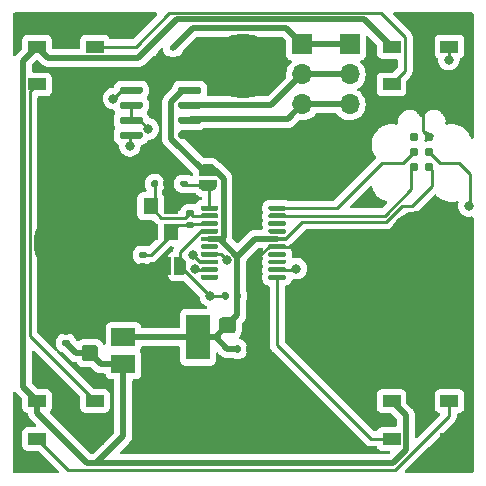
<source format=gbr>
G04 #@! TF.GenerationSoftware,KiCad,Pcbnew,6.0.5+dfsg-1~bpo11+1*
G04 #@! TF.CreationDate,2022-08-22T22:11:56+00:00*
G04 #@! TF.ProjectId,LEDcube,4c454463-7562-4652-9e6b-696361645f70,rev?*
G04 #@! TF.SameCoordinates,Original*
G04 #@! TF.FileFunction,Copper,L1,Top*
G04 #@! TF.FilePolarity,Positive*
%FSLAX46Y46*%
G04 Gerber Fmt 4.6, Leading zero omitted, Abs format (unit mm)*
G04 Created by KiCad (PCBNEW 6.0.5+dfsg-1~bpo11+1) date 2022-08-22 22:11:56*
%MOMM*%
%LPD*%
G01*
G04 APERTURE LIST*
G04 #@! TA.AperFunction,SMDPad,CuDef*
%ADD10R,1.500000X1.000000*%
G04 #@! TD*
G04 #@! TA.AperFunction,ComponentPad*
%ADD11C,5.500000*%
G04 #@! TD*
G04 #@! TA.AperFunction,SMDPad,CuDef*
%ADD12R,1.200000X1.400000*%
G04 #@! TD*
G04 #@! TA.AperFunction,SMDPad,CuDef*
%ADD13R,0.600000X0.450000*%
G04 #@! TD*
G04 #@! TA.AperFunction,SMDPad,CuDef*
%ADD14R,2.000000X1.500000*%
G04 #@! TD*
G04 #@! TA.AperFunction,SMDPad,CuDef*
%ADD15R,2.000000X3.800000*%
G04 #@! TD*
G04 #@! TA.AperFunction,ConnectorPad*
%ADD16C,0.787400*%
G04 #@! TD*
G04 #@! TA.AperFunction,ComponentPad*
%ADD17R,1.700000X1.700000*%
G04 #@! TD*
G04 #@! TA.AperFunction,ComponentPad*
%ADD18O,1.700000X1.700000*%
G04 #@! TD*
G04 #@! TA.AperFunction,ViaPad*
%ADD19C,0.800000*%
G04 #@! TD*
G04 #@! TA.AperFunction,Conductor*
%ADD20C,0.250000*%
G04 #@! TD*
G04 #@! TA.AperFunction,Conductor*
%ADD21C,0.500000*%
G04 #@! TD*
G04 APERTURE END LIST*
G04 #@! TA.AperFunction,SMDPad,CuDef*
G36*
G01*
X100760000Y-108830000D02*
X100760000Y-109170000D01*
G75*
G02*
X100620000Y-109310000I-140000J0D01*
G01*
X100340000Y-109310000D01*
G75*
G02*
X100200000Y-109170000I0J140000D01*
G01*
X100200000Y-108830000D01*
G75*
G02*
X100340000Y-108690000I140000J0D01*
G01*
X100620000Y-108690000D01*
G75*
G02*
X100760000Y-108830000I0J-140000D01*
G01*
G37*
G04 #@! TD.AperFunction*
G04 #@! TA.AperFunction,SMDPad,CuDef*
G36*
G01*
X99800000Y-108830000D02*
X99800000Y-109170000D01*
G75*
G02*
X99660000Y-109310000I-140000J0D01*
G01*
X99380000Y-109310000D01*
G75*
G02*
X99240000Y-109170000I0J140000D01*
G01*
X99240000Y-108830000D01*
G75*
G02*
X99380000Y-108690000I140000J0D01*
G01*
X99660000Y-108690000D01*
G75*
G02*
X99800000Y-108830000I0J-140000D01*
G01*
G37*
G04 #@! TD.AperFunction*
D10*
X112550000Y-113400000D03*
X112550000Y-116600000D03*
X117450000Y-116600000D03*
X117450000Y-113400000D03*
G04 #@! TA.AperFunction,SMDPad,CuDef*
G36*
G01*
X91670000Y-102280000D02*
X91330000Y-102280000D01*
G75*
G02*
X91190000Y-102140000I0J140000D01*
G01*
X91190000Y-101860000D01*
G75*
G02*
X91330000Y-101720000I140000J0D01*
G01*
X91670000Y-101720000D01*
G75*
G02*
X91810000Y-101860000I0J-140000D01*
G01*
X91810000Y-102140000D01*
G75*
G02*
X91670000Y-102280000I-140000J0D01*
G01*
G37*
G04 #@! TD.AperFunction*
G04 #@! TA.AperFunction,SMDPad,CuDef*
G36*
G01*
X91670000Y-101320000D02*
X91330000Y-101320000D01*
G75*
G02*
X91190000Y-101180000I0J140000D01*
G01*
X91190000Y-100900000D01*
G75*
G02*
X91330000Y-100760000I140000J0D01*
G01*
X91670000Y-100760000D01*
G75*
G02*
X91810000Y-100900000I0J-140000D01*
G01*
X91810000Y-101180000D01*
G75*
G02*
X91670000Y-101320000I-140000J0D01*
G01*
G37*
G04 #@! TD.AperFunction*
D11*
X100000000Y-115000000D03*
D12*
X93850000Y-99100000D03*
X93850000Y-96900000D03*
X92150000Y-96900000D03*
X92150000Y-99100000D03*
G04 #@! TA.AperFunction,SMDPad,CuDef*
G36*
G01*
X93740000Y-94830000D02*
X93740000Y-95170000D01*
G75*
G02*
X93600000Y-95310000I-140000J0D01*
G01*
X93320000Y-95310000D01*
G75*
G02*
X93180000Y-95170000I0J140000D01*
G01*
X93180000Y-94830000D01*
G75*
G02*
X93320000Y-94690000I140000J0D01*
G01*
X93600000Y-94690000D01*
G75*
G02*
X93740000Y-94830000I0J-140000D01*
G01*
G37*
G04 #@! TD.AperFunction*
G04 #@! TA.AperFunction,SMDPad,CuDef*
G36*
G01*
X92780000Y-94830000D02*
X92780000Y-95170000D01*
G75*
G02*
X92640000Y-95310000I-140000J0D01*
G01*
X92360000Y-95310000D01*
G75*
G02*
X92220000Y-95170000I0J140000D01*
G01*
X92220000Y-94830000D01*
G75*
G02*
X92360000Y-94690000I140000J0D01*
G01*
X92640000Y-94690000D01*
G75*
G02*
X92780000Y-94830000I0J-140000D01*
G01*
G37*
G04 #@! TD.AperFunction*
G04 #@! TA.AperFunction,SMDPad,CuDef*
G36*
G01*
X96400000Y-97175000D02*
X96400000Y-96975000D01*
G75*
G02*
X96500000Y-96875000I100000J0D01*
G01*
X97775000Y-96875000D01*
G75*
G02*
X97875000Y-96975000I0J-100000D01*
G01*
X97875000Y-97175000D01*
G75*
G02*
X97775000Y-97275000I-100000J0D01*
G01*
X96500000Y-97275000D01*
G75*
G02*
X96400000Y-97175000I0J100000D01*
G01*
G37*
G04 #@! TD.AperFunction*
G04 #@! TA.AperFunction,SMDPad,CuDef*
G36*
G01*
X96400000Y-97825000D02*
X96400000Y-97625000D01*
G75*
G02*
X96500000Y-97525000I100000J0D01*
G01*
X97775000Y-97525000D01*
G75*
G02*
X97875000Y-97625000I0J-100000D01*
G01*
X97875000Y-97825000D01*
G75*
G02*
X97775000Y-97925000I-100000J0D01*
G01*
X96500000Y-97925000D01*
G75*
G02*
X96400000Y-97825000I0J100000D01*
G01*
G37*
G04 #@! TD.AperFunction*
G04 #@! TA.AperFunction,SMDPad,CuDef*
G36*
G01*
X96400000Y-98475000D02*
X96400000Y-98275000D01*
G75*
G02*
X96500000Y-98175000I100000J0D01*
G01*
X97775000Y-98175000D01*
G75*
G02*
X97875000Y-98275000I0J-100000D01*
G01*
X97875000Y-98475000D01*
G75*
G02*
X97775000Y-98575000I-100000J0D01*
G01*
X96500000Y-98575000D01*
G75*
G02*
X96400000Y-98475000I0J100000D01*
G01*
G37*
G04 #@! TD.AperFunction*
G04 #@! TA.AperFunction,SMDPad,CuDef*
G36*
G01*
X96400000Y-99125000D02*
X96400000Y-98925000D01*
G75*
G02*
X96500000Y-98825000I100000J0D01*
G01*
X97775000Y-98825000D01*
G75*
G02*
X97875000Y-98925000I0J-100000D01*
G01*
X97875000Y-99125000D01*
G75*
G02*
X97775000Y-99225000I-100000J0D01*
G01*
X96500000Y-99225000D01*
G75*
G02*
X96400000Y-99125000I0J100000D01*
G01*
G37*
G04 #@! TD.AperFunction*
G04 #@! TA.AperFunction,SMDPad,CuDef*
G36*
G01*
X96400000Y-99775000D02*
X96400000Y-99575000D01*
G75*
G02*
X96500000Y-99475000I100000J0D01*
G01*
X97775000Y-99475000D01*
G75*
G02*
X97875000Y-99575000I0J-100000D01*
G01*
X97875000Y-99775000D01*
G75*
G02*
X97775000Y-99875000I-100000J0D01*
G01*
X96500000Y-99875000D01*
G75*
G02*
X96400000Y-99775000I0J100000D01*
G01*
G37*
G04 #@! TD.AperFunction*
G04 #@! TA.AperFunction,SMDPad,CuDef*
G36*
G01*
X96400000Y-100425000D02*
X96400000Y-100225000D01*
G75*
G02*
X96500000Y-100125000I100000J0D01*
G01*
X97775000Y-100125000D01*
G75*
G02*
X97875000Y-100225000I0J-100000D01*
G01*
X97875000Y-100425000D01*
G75*
G02*
X97775000Y-100525000I-100000J0D01*
G01*
X96500000Y-100525000D01*
G75*
G02*
X96400000Y-100425000I0J100000D01*
G01*
G37*
G04 #@! TD.AperFunction*
G04 #@! TA.AperFunction,SMDPad,CuDef*
G36*
G01*
X96400000Y-101075000D02*
X96400000Y-100875000D01*
G75*
G02*
X96500000Y-100775000I100000J0D01*
G01*
X97775000Y-100775000D01*
G75*
G02*
X97875000Y-100875000I0J-100000D01*
G01*
X97875000Y-101075000D01*
G75*
G02*
X97775000Y-101175000I-100000J0D01*
G01*
X96500000Y-101175000D01*
G75*
G02*
X96400000Y-101075000I0J100000D01*
G01*
G37*
G04 #@! TD.AperFunction*
G04 #@! TA.AperFunction,SMDPad,CuDef*
G36*
G01*
X96400000Y-101725000D02*
X96400000Y-101525000D01*
G75*
G02*
X96500000Y-101425000I100000J0D01*
G01*
X97775000Y-101425000D01*
G75*
G02*
X97875000Y-101525000I0J-100000D01*
G01*
X97875000Y-101725000D01*
G75*
G02*
X97775000Y-101825000I-100000J0D01*
G01*
X96500000Y-101825000D01*
G75*
G02*
X96400000Y-101725000I0J100000D01*
G01*
G37*
G04 #@! TD.AperFunction*
G04 #@! TA.AperFunction,SMDPad,CuDef*
G36*
G01*
X96400000Y-102375000D02*
X96400000Y-102175000D01*
G75*
G02*
X96500000Y-102075000I100000J0D01*
G01*
X97775000Y-102075000D01*
G75*
G02*
X97875000Y-102175000I0J-100000D01*
G01*
X97875000Y-102375000D01*
G75*
G02*
X97775000Y-102475000I-100000J0D01*
G01*
X96500000Y-102475000D01*
G75*
G02*
X96400000Y-102375000I0J100000D01*
G01*
G37*
G04 #@! TD.AperFunction*
G04 #@! TA.AperFunction,SMDPad,CuDef*
G36*
G01*
X96400000Y-103025000D02*
X96400000Y-102825000D01*
G75*
G02*
X96500000Y-102725000I100000J0D01*
G01*
X97775000Y-102725000D01*
G75*
G02*
X97875000Y-102825000I0J-100000D01*
G01*
X97875000Y-103025000D01*
G75*
G02*
X97775000Y-103125000I-100000J0D01*
G01*
X96500000Y-103125000D01*
G75*
G02*
X96400000Y-103025000I0J100000D01*
G01*
G37*
G04 #@! TD.AperFunction*
G04 #@! TA.AperFunction,SMDPad,CuDef*
G36*
G01*
X102125000Y-103025000D02*
X102125000Y-102825000D01*
G75*
G02*
X102225000Y-102725000I100000J0D01*
G01*
X103500000Y-102725000D01*
G75*
G02*
X103600000Y-102825000I0J-100000D01*
G01*
X103600000Y-103025000D01*
G75*
G02*
X103500000Y-103125000I-100000J0D01*
G01*
X102225000Y-103125000D01*
G75*
G02*
X102125000Y-103025000I0J100000D01*
G01*
G37*
G04 #@! TD.AperFunction*
G04 #@! TA.AperFunction,SMDPad,CuDef*
G36*
G01*
X102125000Y-102375000D02*
X102125000Y-102175000D01*
G75*
G02*
X102225000Y-102075000I100000J0D01*
G01*
X103500000Y-102075000D01*
G75*
G02*
X103600000Y-102175000I0J-100000D01*
G01*
X103600000Y-102375000D01*
G75*
G02*
X103500000Y-102475000I-100000J0D01*
G01*
X102225000Y-102475000D01*
G75*
G02*
X102125000Y-102375000I0J100000D01*
G01*
G37*
G04 #@! TD.AperFunction*
G04 #@! TA.AperFunction,SMDPad,CuDef*
G36*
G01*
X102125000Y-101725000D02*
X102125000Y-101525000D01*
G75*
G02*
X102225000Y-101425000I100000J0D01*
G01*
X103500000Y-101425000D01*
G75*
G02*
X103600000Y-101525000I0J-100000D01*
G01*
X103600000Y-101725000D01*
G75*
G02*
X103500000Y-101825000I-100000J0D01*
G01*
X102225000Y-101825000D01*
G75*
G02*
X102125000Y-101725000I0J100000D01*
G01*
G37*
G04 #@! TD.AperFunction*
G04 #@! TA.AperFunction,SMDPad,CuDef*
G36*
G01*
X102125000Y-101075000D02*
X102125000Y-100875000D01*
G75*
G02*
X102225000Y-100775000I100000J0D01*
G01*
X103500000Y-100775000D01*
G75*
G02*
X103600000Y-100875000I0J-100000D01*
G01*
X103600000Y-101075000D01*
G75*
G02*
X103500000Y-101175000I-100000J0D01*
G01*
X102225000Y-101175000D01*
G75*
G02*
X102125000Y-101075000I0J100000D01*
G01*
G37*
G04 #@! TD.AperFunction*
G04 #@! TA.AperFunction,SMDPad,CuDef*
G36*
G01*
X102125000Y-100425000D02*
X102125000Y-100225000D01*
G75*
G02*
X102225000Y-100125000I100000J0D01*
G01*
X103500000Y-100125000D01*
G75*
G02*
X103600000Y-100225000I0J-100000D01*
G01*
X103600000Y-100425000D01*
G75*
G02*
X103500000Y-100525000I-100000J0D01*
G01*
X102225000Y-100525000D01*
G75*
G02*
X102125000Y-100425000I0J100000D01*
G01*
G37*
G04 #@! TD.AperFunction*
G04 #@! TA.AperFunction,SMDPad,CuDef*
G36*
G01*
X102125000Y-99775000D02*
X102125000Y-99575000D01*
G75*
G02*
X102225000Y-99475000I100000J0D01*
G01*
X103500000Y-99475000D01*
G75*
G02*
X103600000Y-99575000I0J-100000D01*
G01*
X103600000Y-99775000D01*
G75*
G02*
X103500000Y-99875000I-100000J0D01*
G01*
X102225000Y-99875000D01*
G75*
G02*
X102125000Y-99775000I0J100000D01*
G01*
G37*
G04 #@! TD.AperFunction*
G04 #@! TA.AperFunction,SMDPad,CuDef*
G36*
G01*
X102125000Y-99125000D02*
X102125000Y-98925000D01*
G75*
G02*
X102225000Y-98825000I100000J0D01*
G01*
X103500000Y-98825000D01*
G75*
G02*
X103600000Y-98925000I0J-100000D01*
G01*
X103600000Y-99125000D01*
G75*
G02*
X103500000Y-99225000I-100000J0D01*
G01*
X102225000Y-99225000D01*
G75*
G02*
X102125000Y-99125000I0J100000D01*
G01*
G37*
G04 #@! TD.AperFunction*
G04 #@! TA.AperFunction,SMDPad,CuDef*
G36*
G01*
X102125000Y-98475000D02*
X102125000Y-98275000D01*
G75*
G02*
X102225000Y-98175000I100000J0D01*
G01*
X103500000Y-98175000D01*
G75*
G02*
X103600000Y-98275000I0J-100000D01*
G01*
X103600000Y-98475000D01*
G75*
G02*
X103500000Y-98575000I-100000J0D01*
G01*
X102225000Y-98575000D01*
G75*
G02*
X102125000Y-98475000I0J100000D01*
G01*
G37*
G04 #@! TD.AperFunction*
G04 #@! TA.AperFunction,SMDPad,CuDef*
G36*
G01*
X102125000Y-97825000D02*
X102125000Y-97625000D01*
G75*
G02*
X102225000Y-97525000I100000J0D01*
G01*
X103500000Y-97525000D01*
G75*
G02*
X103600000Y-97625000I0J-100000D01*
G01*
X103600000Y-97825000D01*
G75*
G02*
X103500000Y-97925000I-100000J0D01*
G01*
X102225000Y-97925000D01*
G75*
G02*
X102125000Y-97825000I0J100000D01*
G01*
G37*
G04 #@! TD.AperFunction*
G04 #@! TA.AperFunction,SMDPad,CuDef*
G36*
G01*
X102125000Y-97175000D02*
X102125000Y-96975000D01*
G75*
G02*
X102225000Y-96875000I100000J0D01*
G01*
X103500000Y-96875000D01*
G75*
G02*
X103600000Y-96975000I0J-100000D01*
G01*
X103600000Y-97175000D01*
G75*
G02*
X103500000Y-97275000I-100000J0D01*
G01*
X102225000Y-97275000D01*
G75*
G02*
X102125000Y-97175000I0J100000D01*
G01*
G37*
G04 #@! TD.AperFunction*
D13*
X91950000Y-83500000D03*
X94050000Y-83500000D03*
G04 #@! TA.AperFunction,SMDPad,CuDef*
G36*
G01*
X87425000Y-110050000D02*
X86575000Y-110050000D01*
G75*
G02*
X86325000Y-109800000I0J250000D01*
G01*
X86325000Y-108900000D01*
G75*
G02*
X86575000Y-108650000I250000J0D01*
G01*
X87425000Y-108650000D01*
G75*
G02*
X87675000Y-108900000I0J-250000D01*
G01*
X87675000Y-109800000D01*
G75*
G02*
X87425000Y-110050000I-250000J0D01*
G01*
G37*
G04 #@! TD.AperFunction*
G04 #@! TA.AperFunction,SMDPad,CuDef*
G36*
G01*
X87425000Y-107350000D02*
X86575000Y-107350000D01*
G75*
G02*
X86325000Y-107100000I0J250000D01*
G01*
X86325000Y-106200000D01*
G75*
G02*
X86575000Y-105950000I250000J0D01*
G01*
X87425000Y-105950000D01*
G75*
G02*
X87675000Y-106200000I0J-250000D01*
G01*
X87675000Y-107100000D01*
G75*
G02*
X87425000Y-107350000I-250000J0D01*
G01*
G37*
G04 #@! TD.AperFunction*
G04 #@! TA.AperFunction,SMDPad,CuDef*
G36*
G01*
X95315000Y-97230000D02*
X95685000Y-97230000D01*
G75*
G02*
X95820000Y-97365000I0J-135000D01*
G01*
X95820000Y-97635000D01*
G75*
G02*
X95685000Y-97770000I-135000J0D01*
G01*
X95315000Y-97770000D01*
G75*
G02*
X95180000Y-97635000I0J135000D01*
G01*
X95180000Y-97365000D01*
G75*
G02*
X95315000Y-97230000I135000J0D01*
G01*
G37*
G04 #@! TD.AperFunction*
G04 #@! TA.AperFunction,SMDPad,CuDef*
G36*
G01*
X95315000Y-98250000D02*
X95685000Y-98250000D01*
G75*
G02*
X95820000Y-98385000I0J-135000D01*
G01*
X95820000Y-98655000D01*
G75*
G02*
X95685000Y-98790000I-135000J0D01*
G01*
X95315000Y-98790000D01*
G75*
G02*
X95180000Y-98655000I0J135000D01*
G01*
X95180000Y-98385000D01*
G75*
G02*
X95315000Y-98250000I135000J0D01*
G01*
G37*
G04 #@! TD.AperFunction*
D14*
X89850000Y-105700000D03*
D15*
X96150000Y-108000000D03*
D14*
X89850000Y-108000000D03*
X89850000Y-110300000D03*
D10*
X82550000Y-113400000D03*
X82550000Y-116600000D03*
X87450000Y-116600000D03*
X87450000Y-113400000D03*
X112550000Y-83400000D03*
X112550000Y-86600000D03*
X117450000Y-86600000D03*
X117450000Y-83400000D03*
G04 #@! TA.AperFunction,SMDPad,CuDef*
G36*
X96250000Y-94350000D02*
G01*
X96250000Y-93850000D01*
X96254967Y-93850000D01*
X96256432Y-93770059D01*
X96298707Y-93634744D01*
X96377262Y-93516734D01*
X96485781Y-93425514D01*
X96615540Y-93368419D01*
X96750000Y-93350836D01*
X96750000Y-93350000D01*
X97250000Y-93350000D01*
X97250000Y-93350836D01*
X97256109Y-93350037D01*
X97396186Y-93371848D01*
X97524511Y-93432096D01*
X97630769Y-93525940D01*
X97706417Y-93645835D01*
X97745374Y-93782142D01*
X97744959Y-93850000D01*
X97750000Y-93850000D01*
X97750000Y-94350000D01*
X96250000Y-94350000D01*
G37*
G04 #@! TD.AperFunction*
G04 #@! TA.AperFunction,SMDPad,CuDef*
G36*
X97744959Y-95150000D02*
G01*
X97744508Y-95223905D01*
X97703889Y-95359726D01*
X97626782Y-95478688D01*
X97519385Y-95571226D01*
X97390333Y-95629903D01*
X97250000Y-95650000D01*
X96750000Y-95650000D01*
X96737784Y-95649851D01*
X96597983Y-95626331D01*
X96470404Y-95564519D01*
X96365300Y-95469384D01*
X96291123Y-95348574D01*
X96253834Y-95211801D01*
X96254967Y-95150000D01*
X96250000Y-95150000D01*
X96250000Y-94650000D01*
X97750000Y-94650000D01*
X97750000Y-95150000D01*
X97744959Y-95150000D01*
G37*
G04 #@! TD.AperFunction*
G04 #@! TA.AperFunction,SMDPad,CuDef*
G36*
X94150000Y-101250000D02*
G01*
X94650000Y-101250000D01*
X94650000Y-101254967D01*
X94729941Y-101256432D01*
X94865256Y-101298707D01*
X94983266Y-101377262D01*
X95074486Y-101485781D01*
X95131581Y-101615540D01*
X95149164Y-101750000D01*
X95150000Y-101750000D01*
X95150000Y-102250000D01*
X95149164Y-102250000D01*
X95149963Y-102256109D01*
X95128152Y-102396186D01*
X95067904Y-102524511D01*
X94974060Y-102630769D01*
X94854165Y-102706417D01*
X94717858Y-102745374D01*
X94650000Y-102744959D01*
X94650000Y-102750000D01*
X94150000Y-102750000D01*
X94150000Y-101250000D01*
G37*
G04 #@! TD.AperFunction*
G04 #@! TA.AperFunction,SMDPad,CuDef*
G36*
X93350000Y-102744959D02*
G01*
X93276095Y-102744508D01*
X93140274Y-102703889D01*
X93021312Y-102626782D01*
X92928774Y-102519385D01*
X92870097Y-102390333D01*
X92850000Y-102250000D01*
X92850000Y-101750000D01*
X92850149Y-101737784D01*
X92873669Y-101597983D01*
X92935481Y-101470404D01*
X93030616Y-101365300D01*
X93151426Y-101291123D01*
X93288199Y-101253834D01*
X93350000Y-101254967D01*
X93350000Y-101250000D01*
X93850000Y-101250000D01*
X93850000Y-102750000D01*
X93350000Y-102750000D01*
X93350000Y-102744959D01*
G37*
G04 #@! TD.AperFunction*
G04 #@! TA.AperFunction,SMDPad,CuDef*
G36*
G01*
X95185000Y-95280000D02*
X94815000Y-95280000D01*
G75*
G02*
X94680000Y-95145000I0J135000D01*
G01*
X94680000Y-94875000D01*
G75*
G02*
X94815000Y-94740000I135000J0D01*
G01*
X95185000Y-94740000D01*
G75*
G02*
X95320000Y-94875000I0J-135000D01*
G01*
X95320000Y-95145000D01*
G75*
G02*
X95185000Y-95280000I-135000J0D01*
G01*
G37*
G04 #@! TD.AperFunction*
G04 #@! TA.AperFunction,SMDPad,CuDef*
G36*
G01*
X95185000Y-94260000D02*
X94815000Y-94260000D01*
G75*
G02*
X94680000Y-94125000I0J135000D01*
G01*
X94680000Y-93855000D01*
G75*
G02*
X94815000Y-93720000I135000J0D01*
G01*
X95185000Y-93720000D01*
G75*
G02*
X95320000Y-93855000I0J-135000D01*
G01*
X95320000Y-94125000D01*
G75*
G02*
X95185000Y-94260000I-135000J0D01*
G01*
G37*
G04 #@! TD.AperFunction*
G04 #@! TA.AperFunction,SMDPad,CuDef*
G36*
G01*
X84830000Y-107240000D02*
X85170000Y-107240000D01*
G75*
G02*
X85310000Y-107380000I0J-140000D01*
G01*
X85310000Y-107660000D01*
G75*
G02*
X85170000Y-107800000I-140000J0D01*
G01*
X84830000Y-107800000D01*
G75*
G02*
X84690000Y-107660000I0J140000D01*
G01*
X84690000Y-107380000D01*
G75*
G02*
X84830000Y-107240000I140000J0D01*
G01*
G37*
G04 #@! TD.AperFunction*
G04 #@! TA.AperFunction,SMDPad,CuDef*
G36*
G01*
X84830000Y-108200000D02*
X85170000Y-108200000D01*
G75*
G02*
X85310000Y-108340000I0J-140000D01*
G01*
X85310000Y-108620000D01*
G75*
G02*
X85170000Y-108760000I-140000J0D01*
G01*
X84830000Y-108760000D01*
G75*
G02*
X84690000Y-108620000I0J140000D01*
G01*
X84690000Y-108340000D01*
G75*
G02*
X84830000Y-108200000I140000J0D01*
G01*
G37*
G04 #@! TD.AperFunction*
D11*
X85000000Y-100000000D03*
X115000000Y-100000000D03*
G04 #@! TA.AperFunction,SMDPad,CuDef*
G36*
G01*
X97950000Y-107425000D02*
X97950000Y-106575000D01*
G75*
G02*
X98200000Y-106325000I250000J0D01*
G01*
X99100000Y-106325000D01*
G75*
G02*
X99350000Y-106575000I0J-250000D01*
G01*
X99350000Y-107425000D01*
G75*
G02*
X99100000Y-107675000I-250000J0D01*
G01*
X98200000Y-107675000D01*
G75*
G02*
X97950000Y-107425000I0J250000D01*
G01*
G37*
G04 #@! TD.AperFunction*
G04 #@! TA.AperFunction,SMDPad,CuDef*
G36*
G01*
X100650000Y-107425000D02*
X100650000Y-106575000D01*
G75*
G02*
X100900000Y-106325000I250000J0D01*
G01*
X101800000Y-106325000D01*
G75*
G02*
X102050000Y-106575000I0J-250000D01*
G01*
X102050000Y-107425000D01*
G75*
G02*
X101800000Y-107675000I-250000J0D01*
G01*
X100900000Y-107675000D01*
G75*
G02*
X100650000Y-107425000I0J250000D01*
G01*
G37*
G04 #@! TD.AperFunction*
G04 #@! TA.AperFunction,SMDPad,CuDef*
G36*
G01*
X89530000Y-87245000D02*
X89530000Y-86945000D01*
G75*
G02*
X89680000Y-86795000I150000J0D01*
G01*
X91330000Y-86795000D01*
G75*
G02*
X91480000Y-86945000I0J-150000D01*
G01*
X91480000Y-87245000D01*
G75*
G02*
X91330000Y-87395000I-150000J0D01*
G01*
X89680000Y-87395000D01*
G75*
G02*
X89530000Y-87245000I0J150000D01*
G01*
G37*
G04 #@! TD.AperFunction*
G04 #@! TA.AperFunction,SMDPad,CuDef*
G36*
G01*
X89530000Y-88515000D02*
X89530000Y-88215000D01*
G75*
G02*
X89680000Y-88065000I150000J0D01*
G01*
X91330000Y-88065000D01*
G75*
G02*
X91480000Y-88215000I0J-150000D01*
G01*
X91480000Y-88515000D01*
G75*
G02*
X91330000Y-88665000I-150000J0D01*
G01*
X89680000Y-88665000D01*
G75*
G02*
X89530000Y-88515000I0J150000D01*
G01*
G37*
G04 #@! TD.AperFunction*
G04 #@! TA.AperFunction,SMDPad,CuDef*
G36*
G01*
X89530000Y-89785000D02*
X89530000Y-89485000D01*
G75*
G02*
X89680000Y-89335000I150000J0D01*
G01*
X91330000Y-89335000D01*
G75*
G02*
X91480000Y-89485000I0J-150000D01*
G01*
X91480000Y-89785000D01*
G75*
G02*
X91330000Y-89935000I-150000J0D01*
G01*
X89680000Y-89935000D01*
G75*
G02*
X89530000Y-89785000I0J150000D01*
G01*
G37*
G04 #@! TD.AperFunction*
G04 #@! TA.AperFunction,SMDPad,CuDef*
G36*
G01*
X89530000Y-91055000D02*
X89530000Y-90755000D01*
G75*
G02*
X89680000Y-90605000I150000J0D01*
G01*
X91330000Y-90605000D01*
G75*
G02*
X91480000Y-90755000I0J-150000D01*
G01*
X91480000Y-91055000D01*
G75*
G02*
X91330000Y-91205000I-150000J0D01*
G01*
X89680000Y-91205000D01*
G75*
G02*
X89530000Y-91055000I0J150000D01*
G01*
G37*
G04 #@! TD.AperFunction*
G04 #@! TA.AperFunction,SMDPad,CuDef*
G36*
G01*
X94480000Y-91055000D02*
X94480000Y-90755000D01*
G75*
G02*
X94630000Y-90605000I150000J0D01*
G01*
X96280000Y-90605000D01*
G75*
G02*
X96430000Y-90755000I0J-150000D01*
G01*
X96430000Y-91055000D01*
G75*
G02*
X96280000Y-91205000I-150000J0D01*
G01*
X94630000Y-91205000D01*
G75*
G02*
X94480000Y-91055000I0J150000D01*
G01*
G37*
G04 #@! TD.AperFunction*
G04 #@! TA.AperFunction,SMDPad,CuDef*
G36*
G01*
X94480000Y-89785000D02*
X94480000Y-89485000D01*
G75*
G02*
X94630000Y-89335000I150000J0D01*
G01*
X96280000Y-89335000D01*
G75*
G02*
X96430000Y-89485000I0J-150000D01*
G01*
X96430000Y-89785000D01*
G75*
G02*
X96280000Y-89935000I-150000J0D01*
G01*
X94630000Y-89935000D01*
G75*
G02*
X94480000Y-89785000I0J150000D01*
G01*
G37*
G04 #@! TD.AperFunction*
G04 #@! TA.AperFunction,SMDPad,CuDef*
G36*
G01*
X94480000Y-88515000D02*
X94480000Y-88215000D01*
G75*
G02*
X94630000Y-88065000I150000J0D01*
G01*
X96280000Y-88065000D01*
G75*
G02*
X96430000Y-88215000I0J-150000D01*
G01*
X96430000Y-88515000D01*
G75*
G02*
X96280000Y-88665000I-150000J0D01*
G01*
X94630000Y-88665000D01*
G75*
G02*
X94480000Y-88515000I0J150000D01*
G01*
G37*
G04 #@! TD.AperFunction*
G04 #@! TA.AperFunction,SMDPad,CuDef*
G36*
G01*
X94480000Y-87245000D02*
X94480000Y-86945000D01*
G75*
G02*
X94630000Y-86795000I150000J0D01*
G01*
X96280000Y-86795000D01*
G75*
G02*
X96430000Y-86945000I0J-150000D01*
G01*
X96430000Y-87245000D01*
G75*
G02*
X96280000Y-87395000I-150000J0D01*
G01*
X94630000Y-87395000D01*
G75*
G02*
X94480000Y-87245000I0J150000D01*
G01*
G37*
G04 #@! TD.AperFunction*
X100000000Y-85000000D03*
G04 #@! TA.AperFunction,SMDPad,CuDef*
G36*
G01*
X99770000Y-104315000D02*
X99770000Y-104685000D01*
G75*
G02*
X99635000Y-104820000I-135000J0D01*
G01*
X99365000Y-104820000D01*
G75*
G02*
X99230000Y-104685000I0J135000D01*
G01*
X99230000Y-104315000D01*
G75*
G02*
X99365000Y-104180000I135000J0D01*
G01*
X99635000Y-104180000D01*
G75*
G02*
X99770000Y-104315000I0J-135000D01*
G01*
G37*
G04 #@! TD.AperFunction*
G04 #@! TA.AperFunction,SMDPad,CuDef*
G36*
G01*
X98750000Y-104315000D02*
X98750000Y-104685000D01*
G75*
G02*
X98615000Y-104820000I-135000J0D01*
G01*
X98345000Y-104820000D01*
G75*
G02*
X98210000Y-104685000I0J135000D01*
G01*
X98210000Y-104315000D01*
G75*
G02*
X98345000Y-104180000I135000J0D01*
G01*
X98615000Y-104180000D01*
G75*
G02*
X98750000Y-104315000I0J-135000D01*
G01*
G37*
G04 #@! TD.AperFunction*
D10*
X82550000Y-83400000D03*
X82550000Y-86600000D03*
X87450000Y-86600000D03*
X87450000Y-83400000D03*
D16*
X115735000Y-93570000D03*
X114465000Y-93570000D03*
X115735000Y-92300000D03*
X114465000Y-92300000D03*
X115735000Y-91030000D03*
X114465000Y-91030000D03*
D17*
X105000000Y-83200000D03*
D18*
X105000000Y-85740000D03*
X105000000Y-88280000D03*
X105000000Y-90820000D03*
D17*
X109000000Y-83200000D03*
D18*
X109000000Y-85740000D03*
X109000000Y-88280000D03*
X109000000Y-90820000D03*
D19*
X82200000Y-118300000D03*
X89900000Y-81700000D03*
X85000000Y-82900000D03*
X111000000Y-96500000D03*
X104500000Y-102200000D03*
X117400000Y-84500000D03*
X119100000Y-96900000D03*
X97200000Y-104500000D03*
X98600000Y-101500000D03*
X91966201Y-90358769D03*
X95700000Y-101000000D03*
X90400000Y-91800000D03*
X95937299Y-102262701D03*
X89000000Y-87800000D03*
D20*
X115246179Y-90541179D02*
X115735000Y-91030000D01*
X93850000Y-96900000D02*
X93850000Y-97000000D01*
X102862500Y-100325000D02*
X106045000Y-100325000D01*
X115246179Y-88803821D02*
X115246179Y-90541179D01*
X106045000Y-100325000D02*
X106725000Y-101005000D01*
X92150000Y-99650000D02*
X92150000Y-99100000D01*
X117450000Y-86600000D02*
X115246179Y-88803821D01*
X101350000Y-101149639D02*
X101350000Y-107000000D01*
X102174639Y-100325000D02*
X101350000Y-101149639D01*
X102862500Y-100325000D02*
X102174639Y-100325000D01*
D21*
X91100489Y-84349511D02*
X91950000Y-83500000D01*
X91950000Y-83500000D02*
X94349031Y-81100969D01*
X89850000Y-110300000D02*
X89850000Y-116349022D01*
X82550000Y-114400000D02*
X86804520Y-118654520D01*
X89850000Y-116349022D02*
X87544502Y-118654520D01*
X85870000Y-109350000D02*
X85000000Y-108480000D01*
X112644502Y-118654520D02*
X113749511Y-117549511D01*
X113749511Y-114599511D02*
X112550000Y-113400000D01*
X82550000Y-83400000D02*
X81350489Y-84599511D01*
X87000000Y-109350000D02*
X85870000Y-109350000D01*
X82550000Y-113400000D02*
X82550000Y-114400000D01*
X83499511Y-84349511D02*
X91100489Y-84349511D01*
X87950000Y-110300000D02*
X87000000Y-109350000D01*
X94349031Y-81100969D02*
X110250969Y-81100969D01*
X113749511Y-117549511D02*
X113749511Y-114599511D01*
X81350489Y-112200489D02*
X82550000Y-113400000D01*
X82550000Y-83400000D02*
X83499511Y-84349511D01*
X86804520Y-118654520D02*
X112644502Y-118654520D01*
X110250969Y-81100969D02*
X112550000Y-83400000D01*
X81350489Y-84599511D02*
X81350489Y-112200489D01*
X89850000Y-110300000D02*
X87950000Y-110300000D01*
X98650000Y-109000000D02*
X97650000Y-108000000D01*
D20*
X113467859Y-96867859D02*
X114302255Y-96867859D01*
D21*
X97137500Y-99675000D02*
X98203116Y-99675000D01*
X97000000Y-93850000D02*
X97585718Y-93850000D01*
D20*
X103550361Y-99675000D02*
X105000000Y-98225361D01*
D21*
X98324520Y-99553596D02*
X98203116Y-99675000D01*
X95455000Y-87095000D02*
X94902151Y-87095000D01*
D20*
X105000000Y-98225361D02*
X112110357Y-98225361D01*
X115969821Y-95200293D02*
X115969821Y-93804821D01*
D21*
X98002138Y-99675000D02*
X99500000Y-101172862D01*
D20*
X102862500Y-99675000D02*
X103550361Y-99675000D01*
D21*
X100997862Y-99675000D02*
X102862500Y-99675000D01*
X96150000Y-108000000D02*
X97650000Y-108000000D01*
X93900000Y-91200000D02*
X96550000Y-93850000D01*
D20*
X114302255Y-96867859D02*
X115969821Y-95200293D01*
D21*
X97585718Y-93850000D02*
X98324520Y-94588802D01*
D20*
X97137500Y-99675000D02*
X97825361Y-99675000D01*
D21*
X96550000Y-93850000D02*
X97000000Y-93850000D01*
X99500000Y-106150000D02*
X99500000Y-104500000D01*
D20*
X112110357Y-98225361D02*
X113467859Y-96867859D01*
D21*
X98650000Y-107000000D02*
X99500000Y-106150000D01*
X98324520Y-94588802D02*
X98324520Y-99553596D01*
X97650000Y-108000000D02*
X98650000Y-107000000D01*
X93900000Y-88097151D02*
X93900000Y-91200000D01*
X99500000Y-104500000D02*
X99500000Y-101172862D01*
D20*
X115969821Y-93804821D02*
X115735000Y-93570000D01*
D21*
X94902151Y-87095000D02*
X93900000Y-88097151D01*
X99500000Y-101172862D02*
X100997862Y-99675000D01*
X99520000Y-109000000D02*
X98650000Y-109000000D01*
X89850000Y-108000000D02*
X96150000Y-108000000D01*
D20*
X95725000Y-97725000D02*
X95500000Y-97500000D01*
X92150000Y-97000000D02*
X92150000Y-96900000D01*
X93074511Y-97924511D02*
X92150000Y-97000000D01*
X97137500Y-97725000D02*
X95725000Y-97725000D01*
X95500000Y-97500000D02*
X95075489Y-97924511D01*
X92500000Y-95000000D02*
X92500000Y-96550000D01*
X92500000Y-96550000D02*
X92150000Y-96900000D01*
X95075489Y-97924511D02*
X93074511Y-97924511D01*
X97137500Y-98375000D02*
X95645000Y-98375000D01*
X95645000Y-98375000D02*
X95500000Y-98520000D01*
X91500000Y-101040000D02*
X92159022Y-101040000D01*
X92159022Y-101040000D02*
X93850000Y-99349022D01*
X94430000Y-98520000D02*
X93850000Y-99100000D01*
X95500000Y-98520000D02*
X94430000Y-98520000D01*
X93850000Y-99349022D02*
X93850000Y-99100000D01*
D21*
X95749511Y-81800489D02*
X94050000Y-83500000D01*
X105000000Y-83200000D02*
X103600489Y-81800489D01*
X109000000Y-83200000D02*
X105000000Y-83200000D01*
X103600489Y-81800489D02*
X95749511Y-81800489D01*
D20*
X117400000Y-83450000D02*
X117450000Y-83400000D01*
X104425000Y-102275000D02*
X104500000Y-102200000D01*
X117400000Y-84500000D02*
X117400000Y-83450000D01*
X102862500Y-102275000D02*
X104425000Y-102275000D01*
X113700000Y-82600000D02*
X111626450Y-80526450D01*
X113700000Y-85450000D02*
X113700000Y-82600000D01*
X111626450Y-80526450D02*
X93749528Y-80526450D01*
X112550000Y-86600000D02*
X113700000Y-85450000D01*
X93749528Y-80526450D02*
X90875978Y-83400000D01*
X90875978Y-83400000D02*
X87450000Y-83400000D01*
X81925009Y-107875009D02*
X81925009Y-87224991D01*
X87450000Y-113400000D02*
X81925009Y-107875009D01*
X81925009Y-87224991D02*
X82550000Y-86600000D01*
X82550000Y-116600000D02*
X85179039Y-119229039D01*
X117450000Y-114661516D02*
X117450000Y-113400000D01*
X112882477Y-119229039D02*
X117450000Y-114661516D01*
X85179039Y-119229039D02*
X112882477Y-119229039D01*
X112550000Y-116600000D02*
X110800000Y-116600000D01*
X102862500Y-108662500D02*
X102862500Y-102925000D01*
X110800000Y-116600000D02*
X102862500Y-108662500D01*
D21*
X103759511Y-89520489D02*
X105000000Y-88280000D01*
X95455000Y-89635000D02*
X95569511Y-89520489D01*
X109000000Y-88280000D02*
X105000000Y-88280000D01*
X95569511Y-89520489D02*
X103759511Y-89520489D01*
X109000000Y-85740000D02*
X105000000Y-85740000D01*
X102375000Y-88365000D02*
X105000000Y-85740000D01*
X95455000Y-88365000D02*
X102375000Y-88365000D01*
D20*
X111975000Y-97725000D02*
X102862500Y-97725000D01*
X114230179Y-95469821D02*
X111975000Y-97725000D01*
X114230179Y-93804821D02*
X114230179Y-95469821D01*
X114465000Y-93570000D02*
X114230179Y-93804821D01*
X102862500Y-97075000D02*
X107925000Y-97075000D01*
X114465000Y-92300000D02*
X113486971Y-93278029D01*
X113486971Y-93278029D02*
X111721971Y-93278029D01*
X107925000Y-97075000D02*
X111721971Y-93278029D01*
X119201971Y-94193009D02*
X118235933Y-93226971D01*
X118235933Y-93226971D02*
X116661971Y-93226971D01*
X119201971Y-96798029D02*
X119201971Y-94193009D01*
X116661971Y-93226971D02*
X115735000Y-92300000D01*
X94650000Y-102000000D02*
X97150000Y-104500000D01*
X94650000Y-100810356D02*
X94650000Y-102000000D01*
X97137500Y-99025000D02*
X96435356Y-99025000D01*
X98480000Y-104500000D02*
X97200000Y-104500000D01*
X96435356Y-99025000D02*
X94650000Y-100810356D01*
X119100000Y-96900000D02*
X119201971Y-96798029D01*
X97200000Y-104500000D02*
X97150000Y-104500000D01*
X97000000Y-95150000D02*
X95140000Y-95150000D01*
X97137500Y-97075000D02*
X97137500Y-95287500D01*
X97137500Y-95287500D02*
X97000000Y-95150000D01*
X95140000Y-95150000D02*
X95000000Y-95010000D01*
X91242432Y-89635000D02*
X90505000Y-89635000D01*
X98075000Y-100975000D02*
X98600000Y-101500000D01*
X90505000Y-88365000D02*
X90505000Y-89635000D01*
X97137500Y-100975000D02*
X98075000Y-100975000D01*
X91966201Y-90358769D02*
X91242432Y-89635000D01*
X90400000Y-91010000D02*
X90505000Y-90905000D01*
X97137500Y-101625000D02*
X96325000Y-101625000D01*
X96325000Y-101625000D02*
X95700000Y-101000000D01*
X90400000Y-91800000D02*
X90400000Y-91010000D01*
X89000000Y-87800000D02*
X89705000Y-87095000D01*
X97137500Y-102275000D02*
X95949598Y-102275000D01*
X95949598Y-102275000D02*
X95937299Y-102262701D01*
X89705000Y-87095000D02*
X90505000Y-87095000D01*
G04 #@! TA.AperFunction,Conductor*
G36*
X116280591Y-95889593D02*
G01*
X116338298Y-95933317D01*
X116346594Y-95944673D01*
X116349965Y-95948062D01*
X116349967Y-95948064D01*
X116525194Y-96124211D01*
X116525199Y-96124215D01*
X116528570Y-96127604D01*
X116643612Y-96212575D01*
X116694585Y-96250224D01*
X116736122Y-96280904D01*
X116740352Y-96283130D01*
X116740356Y-96283132D01*
X116960238Y-96398817D01*
X116964475Y-96401046D01*
X117208373Y-96485265D01*
X117400155Y-96520291D01*
X117444797Y-96528444D01*
X117462203Y-96531623D01*
X117544767Y-96535950D01*
X117705613Y-96535950D01*
X117707992Y-96535769D01*
X117707993Y-96535769D01*
X117892519Y-96521733D01*
X117892524Y-96521732D01*
X117897286Y-96521370D01*
X117901939Y-96520291D01*
X117901942Y-96520291D01*
X118080772Y-96478840D01*
X118151650Y-96482944D01*
X118209058Y-96524716D01*
X118234768Y-96590893D01*
X118229056Y-96640522D01*
X118217608Y-96675755D01*
X118206458Y-96710072D01*
X118205768Y-96716633D01*
X118205768Y-96716635D01*
X118196111Y-96808521D01*
X118186496Y-96900000D01*
X118187186Y-96906565D01*
X118198882Y-97017842D01*
X118206458Y-97089928D01*
X118265473Y-97271556D01*
X118360960Y-97436944D01*
X118365378Y-97441851D01*
X118365379Y-97441852D01*
X118378197Y-97456088D01*
X118488747Y-97578866D01*
X118643248Y-97691118D01*
X118649276Y-97693802D01*
X118649278Y-97693803D01*
X118702986Y-97717715D01*
X118817712Y-97768794D01*
X118885614Y-97783227D01*
X118998056Y-97807128D01*
X118998061Y-97807128D01*
X119004513Y-97808500D01*
X119195487Y-97808500D01*
X119201939Y-97807128D01*
X119201944Y-97807128D01*
X119339803Y-97777825D01*
X119410594Y-97783227D01*
X119467227Y-97826044D01*
X119491720Y-97892682D01*
X119492000Y-97901072D01*
X119492000Y-119366000D01*
X119471998Y-119434121D01*
X119418342Y-119480614D01*
X119366000Y-119492000D01*
X113819610Y-119492000D01*
X113751489Y-119471998D01*
X113704996Y-119418342D01*
X113694892Y-119348068D01*
X113724386Y-119283488D01*
X113730515Y-119276905D01*
X115692152Y-117315269D01*
X117842253Y-115165168D01*
X117850539Y-115157628D01*
X117857018Y-115153516D01*
X117903644Y-115103864D01*
X117906398Y-115101023D01*
X117926135Y-115081286D01*
X117928615Y-115078089D01*
X117936320Y-115069067D01*
X117961159Y-115042616D01*
X117966586Y-115036837D01*
X117970405Y-115029891D01*
X117970407Y-115029888D01*
X117976348Y-115019082D01*
X117987199Y-115002563D01*
X117994758Y-114992817D01*
X117999614Y-114986557D01*
X118002759Y-114979288D01*
X118002762Y-114979284D01*
X118017174Y-114945979D01*
X118022391Y-114935329D01*
X118043695Y-114896576D01*
X118048733Y-114876953D01*
X118055137Y-114858250D01*
X118060033Y-114846936D01*
X118060033Y-114846935D01*
X118063181Y-114839661D01*
X118064420Y-114831838D01*
X118064423Y-114831828D01*
X118070099Y-114795992D01*
X118072505Y-114784372D01*
X118081528Y-114749227D01*
X118081528Y-114749226D01*
X118083500Y-114741546D01*
X118083500Y-114721292D01*
X118085051Y-114701581D01*
X118086980Y-114689402D01*
X118088220Y-114681573D01*
X118084059Y-114637554D01*
X118083500Y-114625697D01*
X118083500Y-114534500D01*
X118103502Y-114466379D01*
X118157158Y-114419886D01*
X118209500Y-114408500D01*
X118248134Y-114408500D01*
X118310316Y-114401745D01*
X118446705Y-114350615D01*
X118563261Y-114263261D01*
X118650615Y-114146705D01*
X118701745Y-114010316D01*
X118708500Y-113948134D01*
X118708500Y-112851866D01*
X118701745Y-112789684D01*
X118650615Y-112653295D01*
X118563261Y-112536739D01*
X118446705Y-112449385D01*
X118310316Y-112398255D01*
X118248134Y-112391500D01*
X116651866Y-112391500D01*
X116589684Y-112398255D01*
X116453295Y-112449385D01*
X116336739Y-112536739D01*
X116249385Y-112653295D01*
X116198255Y-112789684D01*
X116191500Y-112851866D01*
X116191500Y-113948134D01*
X116198255Y-114010316D01*
X116249385Y-114146705D01*
X116336739Y-114263261D01*
X116453295Y-114350615D01*
X116461704Y-114353767D01*
X116461705Y-114353768D01*
X116569493Y-114394176D01*
X116626258Y-114436817D01*
X116650958Y-114503379D01*
X116635751Y-114572728D01*
X116614359Y-114601253D01*
X114723106Y-116492505D01*
X114660794Y-116526531D01*
X114589978Y-116521466D01*
X114533143Y-116478919D01*
X114508332Y-116412399D01*
X114508011Y-116403410D01*
X114508011Y-114666581D01*
X114509444Y-114647631D01*
X114511610Y-114633396D01*
X114511610Y-114633392D01*
X114512710Y-114626162D01*
X114508426Y-114573493D01*
X114508011Y-114563278D01*
X114508011Y-114555218D01*
X114507361Y-114549637D01*
X114504722Y-114527008D01*
X114504289Y-114522632D01*
X114502723Y-114503379D01*
X114498371Y-114449875D01*
X114496116Y-114442914D01*
X114494929Y-114436974D01*
X114493540Y-114431099D01*
X114492693Y-114423830D01*
X114467775Y-114355181D01*
X114466358Y-114351053D01*
X114446118Y-114288575D01*
X114446117Y-114288573D01*
X114443862Y-114281612D01*
X114440066Y-114275357D01*
X114437560Y-114269883D01*
X114434841Y-114264453D01*
X114432344Y-114257574D01*
X114392325Y-114196535D01*
X114389978Y-114192816D01*
X114352106Y-114130404D01*
X114344708Y-114122027D01*
X114344735Y-114122003D01*
X114342082Y-114119011D01*
X114339379Y-114115778D01*
X114335367Y-114109659D01*
X114279128Y-114056383D01*
X114276686Y-114054005D01*
X113845405Y-113622724D01*
X113811379Y-113560412D01*
X113808500Y-113533629D01*
X113808500Y-112851866D01*
X113801745Y-112789684D01*
X113750615Y-112653295D01*
X113663261Y-112536739D01*
X113546705Y-112449385D01*
X113410316Y-112398255D01*
X113348134Y-112391500D01*
X111751866Y-112391500D01*
X111689684Y-112398255D01*
X111553295Y-112449385D01*
X111436739Y-112536739D01*
X111349385Y-112653295D01*
X111298255Y-112789684D01*
X111291500Y-112851866D01*
X111291500Y-113948134D01*
X111298255Y-114010316D01*
X111349385Y-114146705D01*
X111436739Y-114263261D01*
X111553295Y-114350615D01*
X111689684Y-114401745D01*
X111751866Y-114408500D01*
X112433629Y-114408500D01*
X112501750Y-114428502D01*
X112522724Y-114445405D01*
X112954106Y-114876787D01*
X112988132Y-114939099D01*
X112991011Y-114965882D01*
X112991011Y-115465500D01*
X112971009Y-115533621D01*
X112917353Y-115580114D01*
X112865011Y-115591500D01*
X111751866Y-115591500D01*
X111689684Y-115598255D01*
X111553295Y-115649385D01*
X111436739Y-115736739D01*
X111349385Y-115853295D01*
X111346233Y-115861703D01*
X111346231Y-115861707D01*
X111337599Y-115884731D01*
X111294957Y-115941495D01*
X111228395Y-115966194D01*
X111219618Y-115966500D01*
X111114594Y-115966500D01*
X111046473Y-115946498D01*
X111025499Y-115929595D01*
X103532905Y-108437000D01*
X103498879Y-108374688D01*
X103496000Y-108347905D01*
X103496000Y-103749776D01*
X103516002Y-103681655D01*
X103569658Y-103635162D01*
X103605555Y-103624854D01*
X103650663Y-103618916D01*
X103650665Y-103618916D01*
X103658850Y-103617838D01*
X103732863Y-103587181D01*
X103799248Y-103559684D01*
X103799250Y-103559683D01*
X103806876Y-103556524D01*
X103933987Y-103458987D01*
X103939014Y-103452436D01*
X103939016Y-103452434D01*
X103982755Y-103395431D01*
X104031524Y-103331875D01*
X104092838Y-103183850D01*
X104093916Y-103175662D01*
X104096053Y-103167686D01*
X104098847Y-103168435D01*
X104121909Y-103116312D01*
X104181177Y-103077224D01*
X104244300Y-103074446D01*
X104398047Y-103107127D01*
X104398060Y-103107128D01*
X104404513Y-103108500D01*
X104595487Y-103108500D01*
X104601939Y-103107128D01*
X104601944Y-103107128D01*
X104699360Y-103086421D01*
X104782288Y-103068794D01*
X104891500Y-103020170D01*
X104950722Y-102993803D01*
X104950724Y-102993802D01*
X104956752Y-102991118D01*
X105111253Y-102878866D01*
X105167522Y-102816373D01*
X105234621Y-102741852D01*
X105234622Y-102741851D01*
X105239040Y-102736944D01*
X105297314Y-102636010D01*
X105331223Y-102577279D01*
X105331224Y-102577278D01*
X105334527Y-102571556D01*
X105393542Y-102389928D01*
X105394294Y-102382778D01*
X105412814Y-102206565D01*
X105413504Y-102200000D01*
X105406255Y-102131028D01*
X105394232Y-102016635D01*
X105394232Y-102016633D01*
X105393542Y-102010072D01*
X105334527Y-101828444D01*
X105239040Y-101663056D01*
X105188573Y-101607006D01*
X105115675Y-101526045D01*
X105115674Y-101526044D01*
X105111253Y-101521134D01*
X104956752Y-101408882D01*
X104950724Y-101406198D01*
X104950722Y-101406197D01*
X104788319Y-101333891D01*
X104788318Y-101333891D01*
X104782288Y-101331206D01*
X104688888Y-101311353D01*
X104601944Y-101292872D01*
X104601939Y-101292872D01*
X104595487Y-101291500D01*
X104404513Y-101291500D01*
X104398061Y-101292872D01*
X104398056Y-101292872D01*
X104250447Y-101324248D01*
X104179656Y-101318846D01*
X104123024Y-101276029D01*
X104098530Y-101209392D01*
X104099328Y-101184555D01*
X104107962Y-101118972D01*
X104107962Y-101118971D01*
X104108500Y-101114885D01*
X104108499Y-100835116D01*
X104104424Y-100804156D01*
X104093916Y-100724337D01*
X104093916Y-100724335D01*
X104092838Y-100716150D01*
X104047924Y-100607718D01*
X104034684Y-100575752D01*
X104034683Y-100575750D01*
X104031524Y-100568124D01*
X103933987Y-100441013D01*
X103913068Y-100424961D01*
X103871202Y-100367622D01*
X103866982Y-100296751D01*
X103901747Y-100234848D01*
X103913070Y-100225038D01*
X103927438Y-100214013D01*
X103927441Y-100214010D01*
X103933987Y-100208987D01*
X103981725Y-100146775D01*
X103987357Y-100140553D01*
X103987468Y-100140472D01*
X104015659Y-100106395D01*
X104023649Y-100097616D01*
X105225499Y-98895766D01*
X105287811Y-98861740D01*
X105314594Y-98858861D01*
X112031590Y-98858861D01*
X112042773Y-98859388D01*
X112050266Y-98861063D01*
X112058192Y-98860814D01*
X112058193Y-98860814D01*
X112118343Y-98858923D01*
X112122302Y-98858861D01*
X112150213Y-98858861D01*
X112154148Y-98858364D01*
X112154213Y-98858356D01*
X112166050Y-98857423D01*
X112198308Y-98856409D01*
X112202327Y-98856283D01*
X112210246Y-98856034D01*
X112229700Y-98850382D01*
X112249057Y-98846374D01*
X112261287Y-98844829D01*
X112261288Y-98844829D01*
X112269154Y-98843835D01*
X112276525Y-98840916D01*
X112276527Y-98840916D01*
X112310269Y-98827557D01*
X112321499Y-98823712D01*
X112356340Y-98813590D01*
X112356341Y-98813590D01*
X112363950Y-98811379D01*
X112370769Y-98807346D01*
X112370774Y-98807344D01*
X112381385Y-98801068D01*
X112399133Y-98792373D01*
X112417974Y-98784913D01*
X112432530Y-98774338D01*
X112453744Y-98758925D01*
X112463664Y-98752409D01*
X112494892Y-98733941D01*
X112494895Y-98733939D01*
X112501719Y-98729903D01*
X112516040Y-98715582D01*
X112531074Y-98702741D01*
X112541051Y-98695492D01*
X112547464Y-98690833D01*
X112575655Y-98656756D01*
X112583645Y-98647977D01*
X113693359Y-97538264D01*
X113755671Y-97504238D01*
X113782454Y-97501359D01*
X114223488Y-97501359D01*
X114234671Y-97501886D01*
X114242164Y-97503561D01*
X114250090Y-97503312D01*
X114250091Y-97503312D01*
X114310241Y-97501421D01*
X114314200Y-97501359D01*
X114342111Y-97501359D01*
X114346046Y-97500862D01*
X114346111Y-97500854D01*
X114357948Y-97499921D01*
X114390206Y-97498907D01*
X114394225Y-97498781D01*
X114402144Y-97498532D01*
X114421598Y-97492880D01*
X114440955Y-97488872D01*
X114453185Y-97487327D01*
X114453186Y-97487327D01*
X114461052Y-97486333D01*
X114468423Y-97483414D01*
X114468425Y-97483414D01*
X114502167Y-97470055D01*
X114513397Y-97466210D01*
X114548238Y-97456088D01*
X114548239Y-97456088D01*
X114555848Y-97453877D01*
X114562667Y-97449844D01*
X114562672Y-97449842D01*
X114573283Y-97443566D01*
X114591031Y-97434871D01*
X114609872Y-97427411D01*
X114616811Y-97422370D01*
X114645642Y-97401423D01*
X114655562Y-97394907D01*
X114686790Y-97376439D01*
X114686793Y-97376437D01*
X114693617Y-97372401D01*
X114707938Y-97358080D01*
X114722972Y-97345239D01*
X114739362Y-97333331D01*
X114767553Y-97299254D01*
X114775543Y-97290475D01*
X116147464Y-95918554D01*
X116209776Y-95884528D01*
X116280591Y-95889593D01*
G37*
G04 #@! TD.AperFunction*
G04 #@! TA.AperFunction,Conductor*
G36*
X80716512Y-112629561D02*
G01*
X80741717Y-112659417D01*
X80747894Y-112669596D01*
X80751610Y-112673804D01*
X80751611Y-112673805D01*
X80755292Y-112677973D01*
X80755265Y-112677997D01*
X80757918Y-112680989D01*
X80760621Y-112684222D01*
X80764633Y-112690341D01*
X80769945Y-112695373D01*
X80820872Y-112743617D01*
X80823314Y-112745995D01*
X81254595Y-113177276D01*
X81288621Y-113239588D01*
X81291500Y-113266371D01*
X81291500Y-113948134D01*
X81298255Y-114010316D01*
X81349385Y-114146705D01*
X81436739Y-114263261D01*
X81553295Y-114350615D01*
X81689684Y-114401745D01*
X81697541Y-114402598D01*
X81701967Y-114403651D01*
X81763614Y-114438869D01*
X81796434Y-114501824D01*
X81798405Y-114516016D01*
X81801140Y-114549637D01*
X81803396Y-114556602D01*
X81804587Y-114562560D01*
X81805971Y-114568415D01*
X81806818Y-114575681D01*
X81831735Y-114644327D01*
X81833152Y-114648455D01*
X81850363Y-114701581D01*
X81855649Y-114717899D01*
X81859445Y-114724154D01*
X81861951Y-114729628D01*
X81864670Y-114735058D01*
X81867167Y-114741937D01*
X81871180Y-114748057D01*
X81871180Y-114748058D01*
X81907186Y-114802976D01*
X81909523Y-114806680D01*
X81947405Y-114869107D01*
X81951121Y-114873315D01*
X81951122Y-114873316D01*
X81954803Y-114877484D01*
X81954776Y-114877508D01*
X81957429Y-114880500D01*
X81960132Y-114883733D01*
X81964144Y-114889852D01*
X81969456Y-114894884D01*
X82020383Y-114943128D01*
X82022825Y-114945506D01*
X82453724Y-115376405D01*
X82487750Y-115438717D01*
X82482685Y-115509532D01*
X82440138Y-115566368D01*
X82373618Y-115591179D01*
X82364629Y-115591500D01*
X81751866Y-115591500D01*
X81689684Y-115598255D01*
X81553295Y-115649385D01*
X81436739Y-115736739D01*
X81349385Y-115853295D01*
X81298255Y-115989684D01*
X81291500Y-116051866D01*
X81291500Y-117148134D01*
X81298255Y-117210316D01*
X81349385Y-117346705D01*
X81436739Y-117463261D01*
X81553295Y-117550615D01*
X81689684Y-117601745D01*
X81751866Y-117608500D01*
X82610406Y-117608500D01*
X82678527Y-117628502D01*
X82699501Y-117645405D01*
X84331001Y-119276905D01*
X84365027Y-119339217D01*
X84359962Y-119410032D01*
X84317415Y-119466868D01*
X84250895Y-119491679D01*
X84241906Y-119492000D01*
X80634000Y-119492000D01*
X80565879Y-119471998D01*
X80519386Y-119418342D01*
X80508000Y-119366000D01*
X80508000Y-112724785D01*
X80528002Y-112656664D01*
X80581658Y-112610171D01*
X80651932Y-112600067D01*
X80716512Y-112629561D01*
G37*
G04 #@! TD.AperFunction*
G04 #@! TA.AperFunction,Conductor*
G36*
X101628788Y-100453502D02*
G01*
X101675281Y-100507158D01*
X101685385Y-100577432D01*
X101677076Y-100607718D01*
X101674631Y-100613622D01*
X101632162Y-100716150D01*
X101616500Y-100835115D01*
X101616501Y-101114884D01*
X101617039Y-101118969D01*
X101617039Y-101118973D01*
X101628942Y-101209392D01*
X101632162Y-101233850D01*
X101639589Y-101251780D01*
X101647179Y-101322370D01*
X101639590Y-101348218D01*
X101632162Y-101366150D01*
X101631084Y-101374338D01*
X101618344Y-101471112D01*
X101616500Y-101485115D01*
X101616501Y-101764884D01*
X101617039Y-101768969D01*
X101617039Y-101768973D01*
X101631084Y-101875663D01*
X101632162Y-101883850D01*
X101635322Y-101891478D01*
X101639589Y-101901780D01*
X101647179Y-101972370D01*
X101639590Y-101998218D01*
X101632162Y-102016150D01*
X101616500Y-102135115D01*
X101616501Y-102414884D01*
X101617039Y-102418969D01*
X101617039Y-102418973D01*
X101621403Y-102452121D01*
X101632162Y-102533850D01*
X101639589Y-102551780D01*
X101647179Y-102622370D01*
X101639589Y-102648220D01*
X101635322Y-102658520D01*
X101635321Y-102658523D01*
X101632162Y-102666150D01*
X101616500Y-102785115D01*
X101616501Y-103064884D01*
X101617039Y-103068969D01*
X101617039Y-103068973D01*
X101631084Y-103175662D01*
X101632162Y-103183850D01*
X101693476Y-103331876D01*
X101698502Y-103338426D01*
X101785985Y-103452434D01*
X101791013Y-103458987D01*
X101797563Y-103464013D01*
X101797566Y-103464016D01*
X101854569Y-103507755D01*
X101918125Y-103556524D01*
X102066150Y-103617838D01*
X102074338Y-103618916D01*
X102119447Y-103624855D01*
X102184374Y-103653578D01*
X102223465Y-103712844D01*
X102229000Y-103749777D01*
X102229000Y-108583733D01*
X102228473Y-108594916D01*
X102226798Y-108602409D01*
X102227047Y-108610335D01*
X102227047Y-108610336D01*
X102228938Y-108670486D01*
X102229000Y-108674445D01*
X102229000Y-108702356D01*
X102229497Y-108706290D01*
X102229497Y-108706291D01*
X102229505Y-108706356D01*
X102230438Y-108718193D01*
X102231827Y-108762389D01*
X102237478Y-108781839D01*
X102241487Y-108801200D01*
X102244026Y-108821297D01*
X102246945Y-108828668D01*
X102246945Y-108828670D01*
X102260304Y-108862412D01*
X102264149Y-108873642D01*
X102267863Y-108886426D01*
X102276482Y-108916093D01*
X102280515Y-108922912D01*
X102280517Y-108922917D01*
X102286793Y-108933528D01*
X102295488Y-108951276D01*
X102302948Y-108970117D01*
X102307610Y-108976533D01*
X102307610Y-108976534D01*
X102328936Y-109005887D01*
X102335452Y-109015807D01*
X102357958Y-109053862D01*
X102372279Y-109068183D01*
X102385119Y-109083216D01*
X102397028Y-109099607D01*
X102403134Y-109104658D01*
X102431105Y-109127798D01*
X102439884Y-109135788D01*
X110296343Y-116992247D01*
X110303887Y-117000537D01*
X110308000Y-117007018D01*
X110313777Y-117012443D01*
X110357667Y-117053658D01*
X110360509Y-117056413D01*
X110380230Y-117076134D01*
X110383425Y-117078612D01*
X110392447Y-117086318D01*
X110424679Y-117116586D01*
X110431628Y-117120406D01*
X110442432Y-117126346D01*
X110458956Y-117137199D01*
X110474959Y-117149613D01*
X110515543Y-117167176D01*
X110526173Y-117172383D01*
X110564940Y-117193695D01*
X110572617Y-117195666D01*
X110572622Y-117195668D01*
X110584558Y-117198732D01*
X110603266Y-117205137D01*
X110621855Y-117213181D01*
X110629683Y-117214421D01*
X110629690Y-117214423D01*
X110665524Y-117220099D01*
X110677144Y-117222505D01*
X110712289Y-117231528D01*
X110719970Y-117233500D01*
X110740224Y-117233500D01*
X110759934Y-117235051D01*
X110779943Y-117238220D01*
X110787835Y-117237474D01*
X110823961Y-117234059D01*
X110835819Y-117233500D01*
X111219618Y-117233500D01*
X111287739Y-117253502D01*
X111334232Y-117307158D01*
X111337599Y-117315269D01*
X111346231Y-117338293D01*
X111349385Y-117346705D01*
X111436739Y-117463261D01*
X111553295Y-117550615D01*
X111689684Y-117601745D01*
X111751866Y-117608500D01*
X112313651Y-117608500D01*
X112381772Y-117628502D01*
X112428265Y-117682158D01*
X112438369Y-117752432D01*
X112408875Y-117817012D01*
X112402746Y-117823595D01*
X112367226Y-117859115D01*
X112304914Y-117893141D01*
X112278131Y-117896020D01*
X89679873Y-117896020D01*
X89611752Y-117876018D01*
X89565259Y-117822362D01*
X89555155Y-117752088D01*
X89584649Y-117687508D01*
X89590778Y-117680925D01*
X90338911Y-116932792D01*
X90353323Y-116920406D01*
X90364918Y-116911873D01*
X90364923Y-116911868D01*
X90370818Y-116907530D01*
X90375557Y-116901952D01*
X90375560Y-116901949D01*
X90405035Y-116867254D01*
X90411965Y-116859738D01*
X90417661Y-116854042D01*
X90419924Y-116851181D01*
X90419929Y-116851176D01*
X90435293Y-116831756D01*
X90438082Y-116828355D01*
X90480592Y-116778318D01*
X90480594Y-116778316D01*
X90485333Y-116772737D01*
X90488662Y-116766217D01*
X90492028Y-116761170D01*
X90495193Y-116756046D01*
X90499735Y-116750305D01*
X90530637Y-116684186D01*
X90532565Y-116680240D01*
X90562442Y-116621730D01*
X90562443Y-116621728D01*
X90565769Y-116615214D01*
X90567508Y-116608108D01*
X90569609Y-116602458D01*
X90571524Y-116596701D01*
X90574622Y-116590072D01*
X90589491Y-116518587D01*
X90590461Y-116514304D01*
X90595795Y-116492505D01*
X90607808Y-116443412D01*
X90608500Y-116432258D01*
X90608535Y-116432260D01*
X90608775Y-116428288D01*
X90609152Y-116424067D01*
X90610641Y-116416907D01*
X90608546Y-116339480D01*
X90608500Y-116336072D01*
X90608500Y-111684500D01*
X90628502Y-111616379D01*
X90682158Y-111569886D01*
X90734500Y-111558500D01*
X90898134Y-111558500D01*
X90960316Y-111551745D01*
X91096705Y-111500615D01*
X91213261Y-111413261D01*
X91300615Y-111296705D01*
X91351745Y-111160316D01*
X91358500Y-111098134D01*
X91358500Y-109501866D01*
X91351745Y-109439684D01*
X91300615Y-109303295D01*
X91284966Y-109282414D01*
X91242360Y-109225565D01*
X91217512Y-109159058D01*
X91232565Y-109089676D01*
X91242360Y-109074435D01*
X91295229Y-109003892D01*
X91295230Y-109003890D01*
X91300615Y-108996705D01*
X91316290Y-108954893D01*
X91348972Y-108867714D01*
X91348973Y-108867711D01*
X91351745Y-108860316D01*
X91352372Y-108854547D01*
X91387126Y-108793709D01*
X91450081Y-108760887D01*
X91474493Y-108758500D01*
X94515500Y-108758500D01*
X94583621Y-108778502D01*
X94630114Y-108832158D01*
X94641500Y-108884500D01*
X94641500Y-109948134D01*
X94648255Y-110010316D01*
X94699385Y-110146705D01*
X94786739Y-110263261D01*
X94903295Y-110350615D01*
X95039684Y-110401745D01*
X95101866Y-110408500D01*
X97198134Y-110408500D01*
X97260316Y-110401745D01*
X97396705Y-110350615D01*
X97513261Y-110263261D01*
X97600615Y-110146705D01*
X97651745Y-110010316D01*
X97658500Y-109948134D01*
X97658500Y-109385371D01*
X97678502Y-109317250D01*
X97732158Y-109270757D01*
X97802432Y-109260653D01*
X97867012Y-109290147D01*
X97873595Y-109296276D01*
X98066230Y-109488911D01*
X98078616Y-109503323D01*
X98087149Y-109514918D01*
X98087154Y-109514923D01*
X98091492Y-109520818D01*
X98097070Y-109525557D01*
X98097073Y-109525560D01*
X98131768Y-109555035D01*
X98139284Y-109561965D01*
X98144980Y-109567661D01*
X98147841Y-109569924D01*
X98147846Y-109569929D01*
X98167266Y-109585293D01*
X98170667Y-109588082D01*
X98226285Y-109635333D01*
X98232805Y-109638662D01*
X98237852Y-109642028D01*
X98242976Y-109645193D01*
X98248717Y-109649735D01*
X98255348Y-109652834D01*
X98255351Y-109652836D01*
X98314830Y-109680634D01*
X98318776Y-109682562D01*
X98383808Y-109715769D01*
X98390914Y-109717508D01*
X98396564Y-109719609D01*
X98402321Y-109721524D01*
X98408950Y-109724622D01*
X98480435Y-109739491D01*
X98484701Y-109740457D01*
X98555610Y-109757808D01*
X98561212Y-109758156D01*
X98561215Y-109758156D01*
X98566764Y-109758500D01*
X98566762Y-109758535D01*
X98570734Y-109758775D01*
X98574955Y-109759152D01*
X98582115Y-109760641D01*
X98659542Y-109758546D01*
X98662950Y-109758500D01*
X99070482Y-109758500D01*
X99117657Y-109768270D01*
X99120403Y-109769894D01*
X99128014Y-109772105D01*
X99128016Y-109772106D01*
X99178995Y-109786916D01*
X99277746Y-109815606D01*
X99284151Y-109816110D01*
X99284156Y-109816111D01*
X99312060Y-109818307D01*
X99312068Y-109818307D01*
X99314516Y-109818500D01*
X99725484Y-109818500D01*
X99727932Y-109818307D01*
X99727940Y-109818307D01*
X99755844Y-109816111D01*
X99755849Y-109816110D01*
X99762254Y-109815606D01*
X99861005Y-109786916D01*
X99911984Y-109772106D01*
X99911986Y-109772105D01*
X99919597Y-109769894D01*
X99938786Y-109758546D01*
X100053808Y-109690522D01*
X100060629Y-109686488D01*
X100176488Y-109570629D01*
X100209435Y-109514918D01*
X100255859Y-109436420D01*
X100255859Y-109436419D01*
X100259894Y-109429597D01*
X100305606Y-109272254D01*
X100306520Y-109260653D01*
X100308307Y-109237940D01*
X100308307Y-109237932D01*
X100308500Y-109235484D01*
X100308500Y-108764516D01*
X100308307Y-108762060D01*
X100306111Y-108734156D01*
X100306110Y-108734151D01*
X100305606Y-108727746D01*
X100274660Y-108621228D01*
X100262106Y-108578016D01*
X100262105Y-108578014D01*
X100259894Y-108570403D01*
X100176488Y-108429371D01*
X100060629Y-108313512D01*
X99994690Y-108274516D01*
X99926420Y-108234141D01*
X99926419Y-108234141D01*
X99919597Y-108230106D01*
X99911986Y-108227895D01*
X99911984Y-108227894D01*
X99861005Y-108213084D01*
X99762254Y-108184394D01*
X99755849Y-108183890D01*
X99755844Y-108183889D01*
X99727940Y-108181693D01*
X99727932Y-108181693D01*
X99725484Y-108181500D01*
X99720418Y-108181500D01*
X99652297Y-108161498D01*
X99605804Y-108107842D01*
X99595700Y-108037568D01*
X99625194Y-107972988D01*
X99631245Y-107966482D01*
X99694134Y-107903483D01*
X99699305Y-107898303D01*
X99703146Y-107892072D01*
X99788275Y-107753968D01*
X99788276Y-107753966D01*
X99792115Y-107747738D01*
X99847797Y-107579861D01*
X99858500Y-107475400D01*
X99858500Y-106916371D01*
X99878502Y-106848250D01*
X99895405Y-106827276D01*
X99988911Y-106733770D01*
X100003323Y-106721384D01*
X100014918Y-106712851D01*
X100014923Y-106712846D01*
X100020818Y-106708508D01*
X100025557Y-106702930D01*
X100025560Y-106702927D01*
X100055035Y-106668232D01*
X100061965Y-106660716D01*
X100067661Y-106655020D01*
X100069924Y-106652159D01*
X100069929Y-106652154D01*
X100085293Y-106632734D01*
X100088082Y-106629333D01*
X100130592Y-106579296D01*
X100130594Y-106579294D01*
X100135333Y-106573715D01*
X100138662Y-106567195D01*
X100142028Y-106562148D01*
X100145193Y-106557024D01*
X100149735Y-106551283D01*
X100180637Y-106485164D01*
X100182565Y-106481218D01*
X100212442Y-106422708D01*
X100212443Y-106422706D01*
X100215769Y-106416192D01*
X100217508Y-106409086D01*
X100219609Y-106403436D01*
X100221524Y-106397679D01*
X100224622Y-106391050D01*
X100239491Y-106319565D01*
X100240461Y-106315282D01*
X100256473Y-106249844D01*
X100257808Y-106244390D01*
X100258500Y-106233236D01*
X100258535Y-106233238D01*
X100258775Y-106229266D01*
X100259152Y-106225045D01*
X100260641Y-106217885D01*
X100258546Y-106140458D01*
X100258500Y-106137050D01*
X100258500Y-104863357D01*
X100263503Y-104828204D01*
X100273834Y-104792644D01*
X100275629Y-104786466D01*
X100278500Y-104749989D01*
X100278499Y-104250012D01*
X100275629Y-104213534D01*
X100263503Y-104171796D01*
X100258500Y-104136643D01*
X100258500Y-101539233D01*
X100278502Y-101471112D01*
X100295405Y-101450138D01*
X101275138Y-100470405D01*
X101337450Y-100436379D01*
X101364233Y-100433500D01*
X101560667Y-100433500D01*
X101628788Y-100453502D01*
G37*
G04 #@! TD.AperFunction*
G04 #@! TA.AperFunction,Conductor*
G36*
X103302239Y-82578991D02*
G01*
X103323213Y-82595894D01*
X103604595Y-82877276D01*
X103638621Y-82939588D01*
X103641500Y-82966371D01*
X103641500Y-84098134D01*
X103648255Y-84160316D01*
X103699385Y-84296705D01*
X103786739Y-84413261D01*
X103903295Y-84500615D01*
X103911704Y-84503767D01*
X103911705Y-84503768D01*
X104020451Y-84544535D01*
X104077216Y-84587176D01*
X104101916Y-84653738D01*
X104086709Y-84723087D01*
X104067316Y-84749568D01*
X103944667Y-84877913D01*
X103940629Y-84882138D01*
X103937720Y-84886403D01*
X103937714Y-84886411D01*
X103907942Y-84930055D01*
X103814743Y-85066680D01*
X103720688Y-85269305D01*
X103660989Y-85484570D01*
X103637251Y-85706695D01*
X103650110Y-85929715D01*
X103651247Y-85934760D01*
X103651966Y-85939877D01*
X103650518Y-85940081D01*
X103646398Y-86004274D01*
X103617119Y-86050200D01*
X102097724Y-87569595D01*
X102035412Y-87603621D01*
X102008629Y-87606500D01*
X97028519Y-87606500D01*
X96960398Y-87586498D01*
X96913905Y-87532842D01*
X96903801Y-87462568D01*
X96907522Y-87445348D01*
X96933767Y-87355011D01*
X96933768Y-87355007D01*
X96935562Y-87348831D01*
X96936392Y-87338297D01*
X96938307Y-87313958D01*
X96938307Y-87313950D01*
X96938500Y-87311502D01*
X96938500Y-86878498D01*
X96937083Y-86860488D01*
X96936067Y-86847579D01*
X96936066Y-86847574D01*
X96935562Y-86841169D01*
X96897463Y-86710031D01*
X96891357Y-86689012D01*
X96891356Y-86689010D01*
X96889145Y-86681399D01*
X96872107Y-86652589D01*
X96808491Y-86545020D01*
X96808489Y-86545017D01*
X96804453Y-86538193D01*
X96686807Y-86420547D01*
X96679983Y-86416511D01*
X96679980Y-86416509D01*
X96550427Y-86339892D01*
X96550428Y-86339892D01*
X96543601Y-86335855D01*
X96535990Y-86333644D01*
X96535988Y-86333643D01*
X96483769Y-86318472D01*
X96383831Y-86289438D01*
X96377426Y-86288934D01*
X96377421Y-86288933D01*
X96348958Y-86286693D01*
X96348950Y-86286693D01*
X96346502Y-86286500D01*
X94563498Y-86286500D01*
X94561050Y-86286693D01*
X94561042Y-86286693D01*
X94532579Y-86288933D01*
X94532574Y-86288934D01*
X94526169Y-86289438D01*
X94426231Y-86318472D01*
X94374012Y-86333643D01*
X94374010Y-86333644D01*
X94366399Y-86335855D01*
X94359572Y-86339892D01*
X94359573Y-86339892D01*
X94230020Y-86416509D01*
X94230017Y-86416511D01*
X94223193Y-86420547D01*
X94105547Y-86538193D01*
X94101511Y-86545017D01*
X94101509Y-86545020D01*
X94037893Y-86652589D01*
X94020855Y-86681399D01*
X94018644Y-86689010D01*
X94018643Y-86689012D01*
X94012537Y-86710031D01*
X93974438Y-86841169D01*
X93973934Y-86847574D01*
X93973933Y-86847579D01*
X93972917Y-86860488D01*
X93971500Y-86878498D01*
X93971500Y-86900780D01*
X93951498Y-86968901D01*
X93934595Y-86989875D01*
X93411089Y-87513381D01*
X93396677Y-87525767D01*
X93385082Y-87534300D01*
X93385077Y-87534305D01*
X93379182Y-87538643D01*
X93374443Y-87544221D01*
X93374440Y-87544224D01*
X93344965Y-87578919D01*
X93338035Y-87586435D01*
X93332340Y-87592130D01*
X93330060Y-87595012D01*
X93314719Y-87614402D01*
X93311928Y-87617806D01*
X93300301Y-87631492D01*
X93264667Y-87673436D01*
X93261339Y-87679952D01*
X93257972Y-87685001D01*
X93254805Y-87690130D01*
X93250266Y-87695867D01*
X93219345Y-87762026D01*
X93217442Y-87765920D01*
X93184231Y-87830959D01*
X93182492Y-87838067D01*
X93180393Y-87843710D01*
X93178476Y-87849473D01*
X93175378Y-87856101D01*
X93173888Y-87863263D01*
X93173888Y-87863264D01*
X93160514Y-87927563D01*
X93159544Y-87931847D01*
X93142192Y-88002761D01*
X93141500Y-88013915D01*
X93141464Y-88013913D01*
X93141225Y-88017906D01*
X93140851Y-88022098D01*
X93139360Y-88029266D01*
X93139558Y-88036583D01*
X93141454Y-88106672D01*
X93141500Y-88110079D01*
X93141500Y-91132930D01*
X93140067Y-91151880D01*
X93138070Y-91165008D01*
X93136801Y-91173349D01*
X93137394Y-91180641D01*
X93137394Y-91180644D01*
X93141085Y-91226018D01*
X93141500Y-91236233D01*
X93141500Y-91244293D01*
X93141925Y-91247937D01*
X93144789Y-91272507D01*
X93145222Y-91276882D01*
X93149171Y-91325427D01*
X93151140Y-91349637D01*
X93153396Y-91356601D01*
X93154587Y-91362560D01*
X93155971Y-91368415D01*
X93156818Y-91375681D01*
X93181735Y-91444327D01*
X93183152Y-91448455D01*
X93187478Y-91461807D01*
X93205649Y-91517899D01*
X93209445Y-91524154D01*
X93211951Y-91529628D01*
X93214670Y-91535058D01*
X93217167Y-91541937D01*
X93221180Y-91548057D01*
X93221180Y-91548058D01*
X93257186Y-91602976D01*
X93259523Y-91606680D01*
X93297405Y-91669107D01*
X93301121Y-91673315D01*
X93301122Y-91673316D01*
X93304803Y-91677484D01*
X93304776Y-91677508D01*
X93307429Y-91680500D01*
X93310132Y-91683733D01*
X93314144Y-91689852D01*
X93370383Y-91743128D01*
X93372825Y-91745506D01*
X95699366Y-94072047D01*
X95733392Y-94134359D01*
X95736271Y-94161142D01*
X95736271Y-94232508D01*
X95716269Y-94300629D01*
X95662613Y-94347122D01*
X95592339Y-94357226D01*
X95546132Y-94340962D01*
X95449419Y-94283766D01*
X95449418Y-94283766D01*
X95442596Y-94279731D01*
X95434985Y-94277520D01*
X95434983Y-94277519D01*
X95344250Y-94251159D01*
X95286466Y-94234371D01*
X95280059Y-94233867D01*
X95280055Y-94233866D01*
X95252444Y-94231693D01*
X95252438Y-94231693D01*
X95249989Y-94231500D01*
X95000152Y-94231500D01*
X94750012Y-94231501D01*
X94713534Y-94234371D01*
X94628162Y-94259174D01*
X94565017Y-94277519D01*
X94565015Y-94277520D01*
X94557404Y-94279731D01*
X94550582Y-94283766D01*
X94550581Y-94283766D01*
X94447877Y-94344505D01*
X94417459Y-94362494D01*
X94302494Y-94477459D01*
X94298460Y-94484280D01*
X94264994Y-94540869D01*
X94219731Y-94617404D01*
X94174371Y-94773534D01*
X94171500Y-94810011D01*
X94171501Y-95209988D01*
X94174371Y-95246466D01*
X94219731Y-95402596D01*
X94223766Y-95409418D01*
X94223766Y-95409419D01*
X94281677Y-95507342D01*
X94302494Y-95542541D01*
X94417459Y-95657506D01*
X94424280Y-95661540D01*
X94543539Y-95732069D01*
X94557404Y-95740269D01*
X94565015Y-95742480D01*
X94565017Y-95742481D01*
X94577932Y-95746233D01*
X94713534Y-95785629D01*
X94719941Y-95786133D01*
X94719945Y-95786134D01*
X94747556Y-95788307D01*
X94747562Y-95788307D01*
X94750011Y-95788500D01*
X94999848Y-95788500D01*
X95249988Y-95788499D01*
X95286466Y-95785629D01*
X95288320Y-95785090D01*
X95305882Y-95783500D01*
X95899287Y-95783500D01*
X95967408Y-95803502D01*
X95996232Y-95829016D01*
X96008605Y-95843919D01*
X96016592Y-95853540D01*
X96122776Y-95949654D01*
X96126492Y-95952161D01*
X96126494Y-95952162D01*
X96239817Y-96028599D01*
X96239822Y-96028602D01*
X96243536Y-96031107D01*
X96372428Y-96093554D01*
X96410706Y-96105770D01*
X96416308Y-96107558D01*
X96475123Y-96147324D01*
X96503102Y-96212575D01*
X96504000Y-96227593D01*
X96504000Y-96250224D01*
X96483998Y-96318345D01*
X96430342Y-96364838D01*
X96394445Y-96375146D01*
X96349337Y-96381084D01*
X96349335Y-96381084D01*
X96341150Y-96382162D01*
X96295560Y-96401046D01*
X96200752Y-96440316D01*
X96200750Y-96440317D01*
X96193124Y-96443476D01*
X96066013Y-96541013D01*
X96060987Y-96547563D01*
X96060984Y-96547566D01*
X95973506Y-96661569D01*
X95973504Y-96661572D01*
X95968476Y-96668125D01*
X95965316Y-96675755D01*
X95964987Y-96676325D01*
X95913603Y-96725318D01*
X95843890Y-96738753D01*
X95820716Y-96734321D01*
X95792647Y-96726166D01*
X95792640Y-96726165D01*
X95786466Y-96724371D01*
X95780059Y-96723867D01*
X95780055Y-96723866D01*
X95752444Y-96721693D01*
X95752438Y-96721693D01*
X95749989Y-96721500D01*
X95500152Y-96721500D01*
X95250012Y-96721501D01*
X95213534Y-96724371D01*
X95116730Y-96752495D01*
X95065017Y-96767519D01*
X95065015Y-96767520D01*
X95057404Y-96769731D01*
X95050582Y-96773766D01*
X95050581Y-96773766D01*
X94965068Y-96824338D01*
X94917459Y-96852494D01*
X94802494Y-96967459D01*
X94798460Y-96974280D01*
X94729137Y-97091500D01*
X94719731Y-97107404D01*
X94696552Y-97187189D01*
X94692782Y-97200164D01*
X94654569Y-97259999D01*
X94590073Y-97289677D01*
X94571785Y-97291011D01*
X93389105Y-97291011D01*
X93320984Y-97271009D01*
X93300010Y-97254106D01*
X93295405Y-97249501D01*
X93261379Y-97187189D01*
X93258500Y-97160406D01*
X93258500Y-96151866D01*
X93251745Y-96089684D01*
X93200615Y-95953295D01*
X93195230Y-95946110D01*
X93195229Y-95946108D01*
X93158674Y-95897333D01*
X93133826Y-95830826D01*
X93133500Y-95821768D01*
X93133500Y-95641783D01*
X93153502Y-95573662D01*
X93153616Y-95573501D01*
X93156488Y-95570629D01*
X93191407Y-95511585D01*
X93235859Y-95436420D01*
X93235859Y-95436419D01*
X93239894Y-95429597D01*
X93247739Y-95402596D01*
X93283811Y-95278431D01*
X93285606Y-95272254D01*
X93288500Y-95235484D01*
X93288500Y-94764516D01*
X93285606Y-94727746D01*
X93239894Y-94570403D01*
X93156488Y-94429371D01*
X93040629Y-94313512D01*
X92990331Y-94283766D01*
X92906420Y-94234141D01*
X92906419Y-94234141D01*
X92899597Y-94230106D01*
X92891986Y-94227895D01*
X92891984Y-94227894D01*
X92841005Y-94213084D01*
X92742254Y-94184394D01*
X92735849Y-94183890D01*
X92735844Y-94183889D01*
X92707940Y-94181693D01*
X92707932Y-94181693D01*
X92705484Y-94181500D01*
X92294516Y-94181500D01*
X92292068Y-94181693D01*
X92292060Y-94181693D01*
X92264156Y-94183889D01*
X92264151Y-94183890D01*
X92257746Y-94184394D01*
X92158995Y-94213084D01*
X92108016Y-94227894D01*
X92108014Y-94227895D01*
X92100403Y-94230106D01*
X92093581Y-94234141D01*
X92093580Y-94234141D01*
X92009669Y-94283766D01*
X91959371Y-94313512D01*
X91843512Y-94429371D01*
X91760106Y-94570403D01*
X91714394Y-94727746D01*
X91711500Y-94764516D01*
X91711500Y-95235484D01*
X91714394Y-95272254D01*
X91716189Y-95278431D01*
X91752262Y-95402596D01*
X91760106Y-95429597D01*
X91764141Y-95436419D01*
X91764141Y-95436420D01*
X91802547Y-95501361D01*
X91820006Y-95570177D01*
X91797489Y-95637508D01*
X91742145Y-95681978D01*
X91694093Y-95691500D01*
X91501866Y-95691500D01*
X91439684Y-95698255D01*
X91303295Y-95749385D01*
X91186739Y-95836739D01*
X91099385Y-95953295D01*
X91048255Y-96089684D01*
X91041500Y-96151866D01*
X91041500Y-97648134D01*
X91048255Y-97710316D01*
X91099385Y-97846705D01*
X91186739Y-97963261D01*
X91303295Y-98050615D01*
X91439684Y-98101745D01*
X91501866Y-98108500D01*
X92310405Y-98108500D01*
X92378526Y-98128502D01*
X92399500Y-98145405D01*
X92570859Y-98316764D01*
X92578399Y-98325050D01*
X92582511Y-98331529D01*
X92588288Y-98336954D01*
X92632162Y-98378154D01*
X92635004Y-98380909D01*
X92654741Y-98400646D01*
X92657938Y-98403126D01*
X92666960Y-98410831D01*
X92699190Y-98441097D01*
X92697385Y-98443019D01*
X92732913Y-98489091D01*
X92741500Y-98534809D01*
X92741500Y-99509427D01*
X92721498Y-99577548D01*
X92704595Y-99598523D01*
X92039174Y-100263943D01*
X91976862Y-100297968D01*
X91914927Y-100295844D01*
X91869397Y-100282616D01*
X91778431Y-100256188D01*
X91778426Y-100256187D01*
X91772254Y-100254394D01*
X91765849Y-100253890D01*
X91765844Y-100253889D01*
X91737940Y-100251693D01*
X91737932Y-100251693D01*
X91735484Y-100251500D01*
X91264516Y-100251500D01*
X91262068Y-100251693D01*
X91262060Y-100251693D01*
X91234156Y-100253889D01*
X91234151Y-100253890D01*
X91227746Y-100254394D01*
X91128995Y-100283084D01*
X91078016Y-100297894D01*
X91078014Y-100297895D01*
X91070403Y-100300106D01*
X91063581Y-100304141D01*
X91063580Y-100304141D01*
X90953174Y-100369435D01*
X90929371Y-100383512D01*
X90813512Y-100499371D01*
X90809478Y-100506192D01*
X90764071Y-100582972D01*
X90730106Y-100640403D01*
X90684394Y-100797746D01*
X90683890Y-100804151D01*
X90683889Y-100804156D01*
X90681693Y-100832060D01*
X90681500Y-100834516D01*
X90681500Y-101245484D01*
X90681693Y-101247932D01*
X90681693Y-101247940D01*
X90681996Y-101251780D01*
X90684394Y-101282254D01*
X90698217Y-101329834D01*
X90721183Y-101408882D01*
X90730106Y-101439597D01*
X90734141Y-101446419D01*
X90734141Y-101446420D01*
X90792170Y-101544542D01*
X90813512Y-101580629D01*
X90929371Y-101696488D01*
X90936192Y-101700522D01*
X91051937Y-101768973D01*
X91070403Y-101779894D01*
X91078014Y-101782105D01*
X91078016Y-101782106D01*
X91128995Y-101796916D01*
X91227746Y-101825606D01*
X91234151Y-101826110D01*
X91234156Y-101826111D01*
X91262060Y-101828307D01*
X91262068Y-101828307D01*
X91264516Y-101828500D01*
X91735484Y-101828500D01*
X91737932Y-101828307D01*
X91737940Y-101828307D01*
X91765844Y-101826111D01*
X91765849Y-101826110D01*
X91772254Y-101825606D01*
X91871005Y-101796916D01*
X91921984Y-101782106D01*
X91921986Y-101782105D01*
X91929597Y-101779894D01*
X91948064Y-101768973D01*
X92070629Y-101696488D01*
X92071369Y-101697739D01*
X92129407Y-101674950D01*
X92136590Y-101674518D01*
X92157422Y-101673863D01*
X92167009Y-101673562D01*
X92170967Y-101673500D01*
X92198878Y-101673500D01*
X92202813Y-101673003D01*
X92202878Y-101672995D01*
X92214715Y-101672062D01*
X92246973Y-101671048D01*
X92250992Y-101670922D01*
X92258911Y-101670673D01*
X92278365Y-101665021D01*
X92297722Y-101661013D01*
X92309952Y-101659468D01*
X92309953Y-101659468D01*
X92317819Y-101658474D01*
X92325190Y-101655555D01*
X92325192Y-101655555D01*
X92358934Y-101642196D01*
X92370164Y-101638351D01*
X92405005Y-101628229D01*
X92405006Y-101628229D01*
X92412615Y-101626018D01*
X92419434Y-101621985D01*
X92419439Y-101621983D01*
X92430050Y-101615707D01*
X92447798Y-101607012D01*
X92466639Y-101599552D01*
X92502409Y-101573564D01*
X92512329Y-101567048D01*
X92543557Y-101548580D01*
X92543560Y-101548578D01*
X92550384Y-101544542D01*
X92564705Y-101530221D01*
X92579739Y-101517380D01*
X92589716Y-101510131D01*
X92596129Y-101505472D01*
X92624320Y-101471395D01*
X92632310Y-101462616D01*
X93749522Y-100345405D01*
X93811834Y-100311379D01*
X93838617Y-100308500D01*
X93985207Y-100308500D01*
X94053328Y-100328502D01*
X94099821Y-100382158D01*
X94109925Y-100452432D01*
X94098616Y-100484548D01*
X94100386Y-100485314D01*
X94082826Y-100525893D01*
X94077609Y-100536543D01*
X94056305Y-100575296D01*
X94054334Y-100582971D01*
X94054334Y-100582972D01*
X94051267Y-100594918D01*
X94044863Y-100613622D01*
X94036819Y-100632211D01*
X94035580Y-100640034D01*
X94035577Y-100640044D01*
X94029901Y-100675880D01*
X94027498Y-100687488D01*
X94026290Y-100692195D01*
X93989982Y-100753206D01*
X93952552Y-100774487D01*
X93953432Y-100776414D01*
X93945236Y-100780157D01*
X93936589Y-100782696D01*
X93913171Y-100797746D01*
X93821159Y-100856878D01*
X93821156Y-100856880D01*
X93813579Y-100861750D01*
X93807678Y-100868560D01*
X93723726Y-100965445D01*
X93723724Y-100965448D01*
X93717824Y-100972257D01*
X93657081Y-101105266D01*
X93636271Y-101250000D01*
X93636271Y-101670519D01*
X93635767Y-101681777D01*
X93631318Y-101731373D01*
X93631167Y-101743715D01*
X93633522Y-101779894D01*
X93636005Y-101818036D01*
X93636271Y-101826221D01*
X93636271Y-102170519D01*
X93635767Y-102181777D01*
X93631318Y-102231373D01*
X93631167Y-102243715D01*
X93631325Y-102246137D01*
X93636005Y-102318036D01*
X93636271Y-102326221D01*
X93636271Y-102750000D01*
X93641500Y-102823111D01*
X93682696Y-102963411D01*
X93687567Y-102970990D01*
X93756878Y-103078841D01*
X93756880Y-103078844D01*
X93761750Y-103086421D01*
X93768560Y-103092322D01*
X93865445Y-103176274D01*
X93865448Y-103176276D01*
X93872257Y-103182176D01*
X93880454Y-103185920D01*
X93880455Y-103185920D01*
X93892628Y-103191479D01*
X94005266Y-103242919D01*
X94150000Y-103263729D01*
X94640008Y-103263729D01*
X94640778Y-103263731D01*
X94710931Y-103264160D01*
X94710937Y-103264160D01*
X94715417Y-103264187D01*
X94799507Y-103252669D01*
X94855276Y-103245030D01*
X94855280Y-103245029D01*
X94859727Y-103244420D01*
X94896379Y-103233945D01*
X94967373Y-103234459D01*
X95020096Y-103266000D01*
X96258750Y-104504655D01*
X96292776Y-104566967D01*
X96294965Y-104580576D01*
X96306458Y-104689928D01*
X96365473Y-104871556D01*
X96460960Y-105036944D01*
X96588747Y-105178866D01*
X96606523Y-105191781D01*
X96728316Y-105280269D01*
X96743248Y-105291118D01*
X96749276Y-105293802D01*
X96749278Y-105293803D01*
X96876382Y-105350393D01*
X96930478Y-105396373D01*
X96951127Y-105464300D01*
X96931775Y-105532609D01*
X96878564Y-105579610D01*
X96825133Y-105591500D01*
X95101866Y-105591500D01*
X95039684Y-105598255D01*
X94903295Y-105649385D01*
X94786739Y-105736739D01*
X94699385Y-105853295D01*
X94648255Y-105989684D01*
X94641500Y-106051866D01*
X94641500Y-107115500D01*
X94621498Y-107183621D01*
X94567842Y-107230114D01*
X94515500Y-107241500D01*
X91474493Y-107241500D01*
X91406372Y-107221498D01*
X91359879Y-107167842D01*
X91352457Y-107146237D01*
X91351745Y-107139684D01*
X91348972Y-107132285D01*
X91303767Y-107011703D01*
X91300615Y-107003295D01*
X91213261Y-106886739D01*
X91096705Y-106799385D01*
X90960316Y-106748255D01*
X90898134Y-106741500D01*
X88801866Y-106741500D01*
X88739684Y-106748255D01*
X88603295Y-106799385D01*
X88486739Y-106886739D01*
X88399385Y-107003295D01*
X88348255Y-107139684D01*
X88341500Y-107201866D01*
X88341500Y-108496510D01*
X88321498Y-108564631D01*
X88267842Y-108611124D01*
X88197568Y-108621228D01*
X88132988Y-108591734D01*
X88108356Y-108562813D01*
X88027332Y-108431880D01*
X88023478Y-108425652D01*
X87898303Y-108300695D01*
X87851849Y-108272060D01*
X87753968Y-108211725D01*
X87753966Y-108211724D01*
X87747738Y-108207885D01*
X87667995Y-108181436D01*
X87586389Y-108154368D01*
X87586387Y-108154368D01*
X87579861Y-108152203D01*
X87573025Y-108151503D01*
X87573022Y-108151502D01*
X87529969Y-108147091D01*
X87475400Y-108141500D01*
X86524600Y-108141500D01*
X86521354Y-108141837D01*
X86521350Y-108141837D01*
X86425692Y-108151762D01*
X86425688Y-108151763D01*
X86418834Y-108152474D01*
X86412298Y-108154655D01*
X86412296Y-108154655D01*
X86331254Y-108181693D01*
X86251054Y-108208450D01*
X86100652Y-108301522D01*
X86095478Y-108306705D01*
X86086611Y-108315587D01*
X86024327Y-108349666D01*
X85953507Y-108344661D01*
X85908344Y-108315663D01*
X85832414Y-108239733D01*
X85800512Y-108185791D01*
X85772106Y-108088016D01*
X85772105Y-108088014D01*
X85769894Y-108080403D01*
X85744562Y-108037568D01*
X85690522Y-107946192D01*
X85686488Y-107939371D01*
X85570629Y-107823512D01*
X85563808Y-107819478D01*
X85436420Y-107744141D01*
X85436419Y-107744141D01*
X85429597Y-107740106D01*
X85421986Y-107737895D01*
X85421984Y-107737894D01*
X85371005Y-107723084D01*
X85272254Y-107694394D01*
X85265849Y-107693890D01*
X85265844Y-107693889D01*
X85237940Y-107691693D01*
X85237932Y-107691693D01*
X85235484Y-107691500D01*
X84764516Y-107691500D01*
X84762068Y-107691693D01*
X84762060Y-107691693D01*
X84734156Y-107693889D01*
X84734151Y-107693890D01*
X84727746Y-107694394D01*
X84628995Y-107723084D01*
X84578016Y-107737894D01*
X84578014Y-107737895D01*
X84570403Y-107740106D01*
X84563581Y-107744141D01*
X84563580Y-107744141D01*
X84436192Y-107819478D01*
X84429371Y-107823512D01*
X84313512Y-107939371D01*
X84309478Y-107946192D01*
X84255439Y-108037568D01*
X84230106Y-108080403D01*
X84184394Y-108237746D01*
X84181500Y-108274516D01*
X84181500Y-108685484D01*
X84181693Y-108687932D01*
X84181693Y-108687940D01*
X84183143Y-108706356D01*
X84184394Y-108722254D01*
X84206439Y-108798134D01*
X84226654Y-108867714D01*
X84230106Y-108879597D01*
X84234142Y-108886422D01*
X84234144Y-108886426D01*
X84308004Y-109011317D01*
X84325464Y-109080133D01*
X84302947Y-109147464D01*
X84301419Y-109148692D01*
X84365555Y-109124770D01*
X84438683Y-109141996D01*
X84563574Y-109215856D01*
X84563578Y-109215858D01*
X84570403Y-109219894D01*
X84578014Y-109222105D01*
X84578016Y-109222106D01*
X84675791Y-109250512D01*
X84729733Y-109282414D01*
X85286230Y-109838911D01*
X85298616Y-109853323D01*
X85307149Y-109864918D01*
X85307154Y-109864923D01*
X85311492Y-109870818D01*
X85317070Y-109875557D01*
X85317073Y-109875560D01*
X85351768Y-109905035D01*
X85359284Y-109911965D01*
X85364980Y-109917661D01*
X85367841Y-109919924D01*
X85367846Y-109919929D01*
X85387266Y-109935293D01*
X85390667Y-109938082D01*
X85446285Y-109985333D01*
X85452798Y-109988659D01*
X85457837Y-109992020D01*
X85462979Y-109995196D01*
X85468716Y-109999734D01*
X85534875Y-110030655D01*
X85538769Y-110032558D01*
X85603808Y-110065769D01*
X85610917Y-110067508D01*
X85616551Y-110069604D01*
X85622321Y-110071523D01*
X85628950Y-110074622D01*
X85636113Y-110076112D01*
X85636116Y-110076113D01*
X85686830Y-110086661D01*
X85700435Y-110089491D01*
X85704701Y-110090457D01*
X85775610Y-110107808D01*
X85781212Y-110108156D01*
X85781215Y-110108156D01*
X85786764Y-110108500D01*
X85786762Y-110108535D01*
X85790732Y-110108775D01*
X85794956Y-110109152D01*
X85802115Y-110110641D01*
X85809428Y-110110443D01*
X85816152Y-110111043D01*
X85882226Y-110137019D01*
X85912095Y-110170235D01*
X85976522Y-110274348D01*
X86101697Y-110399305D01*
X86252262Y-110492115D01*
X86332005Y-110518564D01*
X86413611Y-110545632D01*
X86413613Y-110545632D01*
X86420139Y-110547797D01*
X86426975Y-110548497D01*
X86426978Y-110548498D01*
X86470031Y-110552909D01*
X86524600Y-110558500D01*
X87083629Y-110558500D01*
X87151750Y-110578502D01*
X87172724Y-110595405D01*
X87366230Y-110788911D01*
X87378616Y-110803323D01*
X87387149Y-110814918D01*
X87387154Y-110814923D01*
X87391492Y-110820818D01*
X87397070Y-110825557D01*
X87397073Y-110825560D01*
X87431768Y-110855035D01*
X87439284Y-110861965D01*
X87444979Y-110867660D01*
X87447861Y-110869940D01*
X87467251Y-110885281D01*
X87470655Y-110888072D01*
X87520703Y-110930591D01*
X87526285Y-110935333D01*
X87532801Y-110938661D01*
X87537850Y-110942028D01*
X87542979Y-110945195D01*
X87548716Y-110949734D01*
X87614875Y-110980655D01*
X87618769Y-110982558D01*
X87683808Y-111015769D01*
X87690917Y-111017508D01*
X87696551Y-111019604D01*
X87702321Y-111021523D01*
X87708950Y-111024622D01*
X87716113Y-111026112D01*
X87716116Y-111026113D01*
X87766830Y-111036661D01*
X87780435Y-111039491D01*
X87784701Y-111040457D01*
X87855610Y-111057808D01*
X87861212Y-111058156D01*
X87861215Y-111058156D01*
X87866764Y-111058500D01*
X87866762Y-111058535D01*
X87870734Y-111058775D01*
X87874955Y-111059152D01*
X87882115Y-111060641D01*
X87959542Y-111058546D01*
X87962950Y-111058500D01*
X88225507Y-111058500D01*
X88293628Y-111078502D01*
X88340121Y-111132158D01*
X88347543Y-111153763D01*
X88348255Y-111160316D01*
X88351027Y-111167711D01*
X88351028Y-111167714D01*
X88393880Y-111282022D01*
X88399385Y-111296705D01*
X88486739Y-111413261D01*
X88603295Y-111500615D01*
X88739684Y-111551745D01*
X88801866Y-111558500D01*
X88965500Y-111558500D01*
X89033621Y-111578502D01*
X89080114Y-111632158D01*
X89091500Y-111684500D01*
X89091500Y-115982651D01*
X89071498Y-116050772D01*
X89054595Y-116071746D01*
X87267226Y-117859115D01*
X87204914Y-117893141D01*
X87178131Y-117896020D01*
X87170891Y-117896020D01*
X87102770Y-117876018D01*
X87081796Y-117859115D01*
X83662797Y-114440116D01*
X83628771Y-114377804D01*
X83633836Y-114306989D01*
X83660711Y-114265172D01*
X83663261Y-114263261D01*
X83750615Y-114146705D01*
X83801745Y-114010316D01*
X83808500Y-113948134D01*
X83808500Y-112851866D01*
X83801745Y-112789684D01*
X83750615Y-112653295D01*
X83663261Y-112536739D01*
X83546705Y-112449385D01*
X83410316Y-112398255D01*
X83348134Y-112391500D01*
X82666371Y-112391500D01*
X82598250Y-112371498D01*
X82577276Y-112354595D01*
X82145894Y-111923213D01*
X82111868Y-111860901D01*
X82108989Y-111834118D01*
X82108989Y-109259083D01*
X82128991Y-109190962D01*
X82182647Y-109144469D01*
X82252921Y-109134365D01*
X82317501Y-109163859D01*
X82324084Y-109169988D01*
X86154595Y-113000499D01*
X86188621Y-113062811D01*
X86191500Y-113089594D01*
X86191500Y-113948134D01*
X86198255Y-114010316D01*
X86249385Y-114146705D01*
X86336739Y-114263261D01*
X86453295Y-114350615D01*
X86589684Y-114401745D01*
X86651866Y-114408500D01*
X88248134Y-114408500D01*
X88310316Y-114401745D01*
X88446705Y-114350615D01*
X88563261Y-114263261D01*
X88650615Y-114146705D01*
X88701745Y-114010316D01*
X88708500Y-113948134D01*
X88708500Y-112851866D01*
X88701745Y-112789684D01*
X88650615Y-112653295D01*
X88563261Y-112536739D01*
X88446705Y-112449385D01*
X88310316Y-112398255D01*
X88248134Y-112391500D01*
X87389595Y-112391500D01*
X87321474Y-112371498D01*
X87300500Y-112354595D01*
X84285449Y-109339544D01*
X84251423Y-109277232D01*
X84256488Y-109206417D01*
X84297107Y-109152157D01*
X84247603Y-109191934D01*
X84177002Y-109199422D01*
X84110456Y-109164551D01*
X82595414Y-107649509D01*
X82561388Y-107587197D01*
X82558509Y-107560414D01*
X82558509Y-87800000D01*
X88086496Y-87800000D01*
X88087186Y-87806565D01*
X88103209Y-87959012D01*
X88106458Y-87989928D01*
X88165473Y-88171556D01*
X88260960Y-88336944D01*
X88388747Y-88478866D01*
X88543248Y-88591118D01*
X88549276Y-88593802D01*
X88549278Y-88593803D01*
X88711681Y-88666109D01*
X88717712Y-88668794D01*
X88809626Y-88688331D01*
X88898056Y-88707128D01*
X88898061Y-88707128D01*
X88904513Y-88708500D01*
X88958836Y-88708500D01*
X89026957Y-88728502D01*
X89069953Y-88779135D01*
X89070855Y-88778601D01*
X89074890Y-88785424D01*
X89074891Y-88785426D01*
X89081705Y-88796948D01*
X89155547Y-88921807D01*
X89158229Y-88924489D01*
X89183502Y-88988861D01*
X89169600Y-89058484D01*
X89159428Y-89074312D01*
X89155547Y-89078193D01*
X89070855Y-89221399D01*
X89068644Y-89229010D01*
X89068643Y-89229012D01*
X89062537Y-89250031D01*
X89024438Y-89381169D01*
X89023934Y-89387574D01*
X89023933Y-89387579D01*
X89021816Y-89414479D01*
X89021500Y-89418498D01*
X89021500Y-89851502D01*
X89024438Y-89888831D01*
X89070855Y-90048601D01*
X89155547Y-90191807D01*
X89158229Y-90194489D01*
X89183502Y-90258861D01*
X89169600Y-90328484D01*
X89159428Y-90344312D01*
X89155547Y-90348193D01*
X89070855Y-90491399D01*
X89068644Y-90499010D01*
X89068643Y-90499012D01*
X89057085Y-90538795D01*
X89024438Y-90651169D01*
X89023934Y-90657574D01*
X89023933Y-90657579D01*
X89021693Y-90686042D01*
X89021500Y-90688498D01*
X89021500Y-91121502D01*
X89021693Y-91123950D01*
X89021693Y-91123958D01*
X89023891Y-91151880D01*
X89024438Y-91158831D01*
X89044406Y-91227563D01*
X89056519Y-91269254D01*
X89070855Y-91318601D01*
X89074892Y-91325427D01*
X89151509Y-91454980D01*
X89151511Y-91454983D01*
X89155547Y-91461807D01*
X89273193Y-91579453D01*
X89280017Y-91583489D01*
X89280020Y-91583491D01*
X89409575Y-91660110D01*
X89409579Y-91660112D01*
X89414049Y-91662755D01*
X89414050Y-91662756D01*
X89416399Y-91664145D01*
X89416175Y-91664524D01*
X89466846Y-91706690D01*
X89488203Y-91774398D01*
X89487538Y-91790079D01*
X89487186Y-91793429D01*
X89487186Y-91793435D01*
X89486496Y-91800000D01*
X89506458Y-91989928D01*
X89565473Y-92171556D01*
X89660960Y-92336944D01*
X89788747Y-92478866D01*
X89943248Y-92591118D01*
X89949276Y-92593802D01*
X89949278Y-92593803D01*
X90111681Y-92666109D01*
X90117712Y-92668794D01*
X90211113Y-92688647D01*
X90298056Y-92707128D01*
X90298061Y-92707128D01*
X90304513Y-92708500D01*
X90495487Y-92708500D01*
X90501939Y-92707128D01*
X90501944Y-92707128D01*
X90588887Y-92688647D01*
X90682288Y-92668794D01*
X90688319Y-92666109D01*
X90850722Y-92593803D01*
X90850724Y-92593802D01*
X90856752Y-92591118D01*
X91011253Y-92478866D01*
X91139040Y-92336944D01*
X91234527Y-92171556D01*
X91293542Y-91989928D01*
X91311025Y-91823585D01*
X91338038Y-91757928D01*
X91396260Y-91717298D01*
X91421080Y-91712238D01*
X91421078Y-91712225D01*
X91421693Y-91712113D01*
X91426449Y-91711143D01*
X91427421Y-91711067D01*
X91427426Y-91711066D01*
X91433831Y-91710562D01*
X91547605Y-91677508D01*
X91585988Y-91666357D01*
X91585990Y-91666356D01*
X91593601Y-91664145D01*
X91622411Y-91647107D01*
X91729980Y-91583491D01*
X91729983Y-91583489D01*
X91736807Y-91579453D01*
X91854453Y-91461807D01*
X91858489Y-91454983D01*
X91858491Y-91454980D01*
X91932918Y-91329130D01*
X91984810Y-91280677D01*
X92041371Y-91267269D01*
X92061688Y-91267269D01*
X92068140Y-91265897D01*
X92068145Y-91265897D01*
X92169781Y-91244293D01*
X92248489Y-91227563D01*
X92319682Y-91195866D01*
X92416923Y-91152572D01*
X92416925Y-91152571D01*
X92422953Y-91149887D01*
X92433176Y-91142460D01*
X92478358Y-91109633D01*
X92577454Y-91037635D01*
X92609370Y-91002189D01*
X92700822Y-90900621D01*
X92700823Y-90900620D01*
X92705241Y-90895713D01*
X92800728Y-90730325D01*
X92859743Y-90548697D01*
X92861635Y-90530702D01*
X92879015Y-90365334D01*
X92879705Y-90358769D01*
X92871814Y-90283688D01*
X92860433Y-90175404D01*
X92860433Y-90175402D01*
X92859743Y-90168841D01*
X92800728Y-89987213D01*
X92793159Y-89974102D01*
X92722375Y-89851502D01*
X92705241Y-89821825D01*
X92699642Y-89815606D01*
X92581876Y-89684814D01*
X92581875Y-89684813D01*
X92577454Y-89679903D01*
X92422953Y-89567651D01*
X92416925Y-89564967D01*
X92416923Y-89564966D01*
X92254520Y-89492660D01*
X92254519Y-89492660D01*
X92248489Y-89489975D01*
X92242028Y-89488602D01*
X92242023Y-89488600D01*
X92075710Y-89453248D01*
X92013236Y-89419520D01*
X91980910Y-89365155D01*
X91941357Y-89229012D01*
X91941356Y-89229010D01*
X91939145Y-89221399D01*
X91854453Y-89078193D01*
X91851771Y-89075511D01*
X91826498Y-89011139D01*
X91840400Y-88941516D01*
X91850572Y-88925688D01*
X91854453Y-88921807D01*
X91939145Y-88778601D01*
X91941358Y-88770986D01*
X91959910Y-88707128D01*
X91985562Y-88618831D01*
X91988500Y-88581502D01*
X91988500Y-88148498D01*
X91985562Y-88111169D01*
X91939145Y-87951399D01*
X91854453Y-87808193D01*
X91851771Y-87805511D01*
X91826498Y-87741139D01*
X91840400Y-87671516D01*
X91850572Y-87655688D01*
X91854453Y-87651807D01*
X91939145Y-87508601D01*
X91985562Y-87348831D01*
X91986392Y-87338297D01*
X91988307Y-87313958D01*
X91988307Y-87313950D01*
X91988500Y-87311502D01*
X91988500Y-86878498D01*
X91987083Y-86860488D01*
X91986067Y-86847579D01*
X91986066Y-86847574D01*
X91985562Y-86841169D01*
X91947463Y-86710031D01*
X91941357Y-86689012D01*
X91941356Y-86689010D01*
X91939145Y-86681399D01*
X91922107Y-86652589D01*
X91858491Y-86545020D01*
X91858489Y-86545017D01*
X91854453Y-86538193D01*
X91736807Y-86420547D01*
X91729983Y-86416511D01*
X91729980Y-86416509D01*
X91600427Y-86339892D01*
X91600428Y-86339892D01*
X91593601Y-86335855D01*
X91585990Y-86333644D01*
X91585988Y-86333643D01*
X91533769Y-86318472D01*
X91433831Y-86289438D01*
X91427426Y-86288934D01*
X91427421Y-86288933D01*
X91398958Y-86286693D01*
X91398950Y-86286693D01*
X91396502Y-86286500D01*
X89613498Y-86286500D01*
X89611050Y-86286693D01*
X89611042Y-86286693D01*
X89582579Y-86288933D01*
X89582574Y-86288934D01*
X89576169Y-86289438D01*
X89476231Y-86318472D01*
X89424012Y-86333643D01*
X89424010Y-86333644D01*
X89416399Y-86335855D01*
X89409572Y-86339892D01*
X89409573Y-86339892D01*
X89280020Y-86416509D01*
X89280017Y-86416511D01*
X89273193Y-86420547D01*
X89155547Y-86538193D01*
X89151511Y-86545017D01*
X89151509Y-86545020D01*
X89087893Y-86652589D01*
X89070855Y-86681399D01*
X89068644Y-86689009D01*
X89068642Y-86689014D01*
X89036209Y-86800652D01*
X88997996Y-86860488D01*
X88933500Y-86890166D01*
X88915212Y-86891500D01*
X88904513Y-86891500D01*
X88898061Y-86892872D01*
X88898056Y-86892872D01*
X88811112Y-86911353D01*
X88717712Y-86931206D01*
X88711682Y-86933891D01*
X88711681Y-86933891D01*
X88549278Y-87006197D01*
X88549276Y-87006198D01*
X88543248Y-87008882D01*
X88388747Y-87121134D01*
X88384326Y-87126044D01*
X88384325Y-87126045D01*
X88265936Y-87257530D01*
X88260960Y-87263056D01*
X88165473Y-87428444D01*
X88106458Y-87610072D01*
X88105768Y-87616633D01*
X88105768Y-87616635D01*
X88101970Y-87652775D01*
X88086496Y-87800000D01*
X82558509Y-87800000D01*
X82558509Y-87734500D01*
X82578511Y-87666379D01*
X82632167Y-87619886D01*
X82684509Y-87608500D01*
X83348134Y-87608500D01*
X83410316Y-87601745D01*
X83546705Y-87550615D01*
X83663261Y-87463261D01*
X83750615Y-87346705D01*
X83801745Y-87210316D01*
X83808500Y-87148134D01*
X83808500Y-86051866D01*
X83801745Y-85989684D01*
X83750615Y-85853295D01*
X83663261Y-85736739D01*
X83546705Y-85649385D01*
X83410316Y-85598255D01*
X83348134Y-85591500D01*
X82234989Y-85591500D01*
X82166868Y-85571498D01*
X82120375Y-85517842D01*
X82108989Y-85465500D01*
X82108989Y-84965882D01*
X82128991Y-84897761D01*
X82145894Y-84876787D01*
X82460905Y-84561776D01*
X82523217Y-84527750D01*
X82594032Y-84532815D01*
X82639095Y-84561776D01*
X82915741Y-84838422D01*
X82928127Y-84852834D01*
X82936660Y-84864429D01*
X82936665Y-84864434D01*
X82941003Y-84870329D01*
X82946581Y-84875068D01*
X82946584Y-84875071D01*
X82981279Y-84904546D01*
X82988795Y-84911476D01*
X82994490Y-84917171D01*
X82997372Y-84919451D01*
X83016762Y-84934792D01*
X83020166Y-84937583D01*
X83060097Y-84971507D01*
X83075796Y-84984844D01*
X83082312Y-84988172D01*
X83087361Y-84991539D01*
X83092490Y-84994706D01*
X83098227Y-84999245D01*
X83164386Y-85030166D01*
X83168280Y-85032069D01*
X83233319Y-85065280D01*
X83240427Y-85067019D01*
X83246070Y-85069118D01*
X83251833Y-85071035D01*
X83258461Y-85074133D01*
X83265623Y-85075623D01*
X83265624Y-85075623D01*
X83329923Y-85088997D01*
X83334207Y-85089967D01*
X83405121Y-85107319D01*
X83410723Y-85107667D01*
X83410726Y-85107667D01*
X83416275Y-85108011D01*
X83416273Y-85108047D01*
X83420266Y-85108286D01*
X83424458Y-85108660D01*
X83431626Y-85110151D01*
X83509031Y-85108057D01*
X83512439Y-85108011D01*
X91033419Y-85108011D01*
X91052369Y-85109444D01*
X91066604Y-85111610D01*
X91066608Y-85111610D01*
X91073838Y-85112710D01*
X91081130Y-85112117D01*
X91081133Y-85112117D01*
X91126507Y-85108426D01*
X91136722Y-85108011D01*
X91144782Y-85108011D01*
X91162169Y-85105984D01*
X91172996Y-85104722D01*
X91177371Y-85104289D01*
X91242828Y-85098965D01*
X91242831Y-85098964D01*
X91250126Y-85098371D01*
X91257090Y-85096115D01*
X91263049Y-85094924D01*
X91268904Y-85093540D01*
X91276170Y-85092693D01*
X91344816Y-85067776D01*
X91348944Y-85066359D01*
X91411425Y-85046118D01*
X91411427Y-85046117D01*
X91418388Y-85043862D01*
X91424643Y-85040066D01*
X91430117Y-85037560D01*
X91435547Y-85034841D01*
X91442426Y-85032344D01*
X91448547Y-85028331D01*
X91503465Y-84992325D01*
X91507169Y-84989988D01*
X91569596Y-84952106D01*
X91577973Y-84944708D01*
X91577997Y-84944735D01*
X91580989Y-84942082D01*
X91584222Y-84939379D01*
X91590341Y-84935367D01*
X91643617Y-84879128D01*
X91645995Y-84876686D01*
X92256714Y-84265967D01*
X92319026Y-84231941D01*
X92332200Y-84229799D01*
X92360316Y-84226745D01*
X92496705Y-84175615D01*
X92613261Y-84088261D01*
X92700615Y-83971705D01*
X92751745Y-83835316D01*
X92754799Y-83807202D01*
X92782040Y-83741640D01*
X92790967Y-83731714D01*
X93026405Y-83496276D01*
X93088717Y-83462250D01*
X93159532Y-83467315D01*
X93216368Y-83509862D01*
X93241179Y-83576382D01*
X93241500Y-83585371D01*
X93241500Y-83773134D01*
X93248255Y-83835316D01*
X93299385Y-83971705D01*
X93386739Y-84088261D01*
X93503295Y-84175615D01*
X93639684Y-84226745D01*
X93701866Y-84233500D01*
X93823453Y-84233500D01*
X93848450Y-84236858D01*
X93848489Y-84236598D01*
X94016115Y-84262099D01*
X94016119Y-84262099D01*
X94023349Y-84263199D01*
X94030641Y-84262606D01*
X94030644Y-84262606D01*
X94192337Y-84249454D01*
X94192339Y-84249454D01*
X94199637Y-84248860D01*
X94228120Y-84239633D01*
X94266951Y-84233500D01*
X94398134Y-84233500D01*
X94460316Y-84226745D01*
X94596705Y-84175615D01*
X94713261Y-84088261D01*
X94800615Y-83971705D01*
X94851745Y-83835316D01*
X94854799Y-83807202D01*
X94882040Y-83741640D01*
X94890967Y-83731714D01*
X96026787Y-82595894D01*
X96089099Y-82561868D01*
X96115882Y-82558989D01*
X103234118Y-82558989D01*
X103302239Y-82578991D01*
G37*
G04 #@! TD.AperFunction*
G04 #@! TA.AperFunction,Conductor*
G36*
X119434121Y-80528002D02*
G01*
X119480614Y-80581658D01*
X119492000Y-80634000D01*
X119492000Y-91081252D01*
X119471998Y-91149373D01*
X119418342Y-91195866D01*
X119348068Y-91205970D01*
X119283488Y-91176476D01*
X119246687Y-91121753D01*
X119206101Y-91002189D01*
X119206096Y-91002178D01*
X119204562Y-90997658D01*
X119146466Y-90885819D01*
X119087826Y-90772931D01*
X119087824Y-90772928D01*
X119085617Y-90768679D01*
X119081303Y-90762773D01*
X118936228Y-90564190D01*
X118933406Y-90560327D01*
X118928082Y-90554975D01*
X118754806Y-90380789D01*
X118754801Y-90380785D01*
X118751430Y-90377396D01*
X118543878Y-90224096D01*
X118539648Y-90221870D01*
X118539644Y-90221868D01*
X118319762Y-90106183D01*
X118319760Y-90106182D01*
X118315525Y-90103954D01*
X118071627Y-90019735D01*
X117817797Y-89973377D01*
X117735233Y-89969050D01*
X117574387Y-89969050D01*
X117572008Y-89969231D01*
X117572007Y-89969231D01*
X117387481Y-89983267D01*
X117387476Y-89983268D01*
X117382714Y-89983630D01*
X117378061Y-89984709D01*
X117378058Y-89984709D01*
X117269146Y-90009954D01*
X117198268Y-90005850D01*
X117140861Y-89964079D01*
X117115150Y-89897901D01*
X117114868Y-89880614D01*
X117117650Y-89827543D01*
X117123772Y-89710712D01*
X117093278Y-89509078D01*
X117050690Y-89393327D01*
X117025067Y-89323684D01*
X117025066Y-89323683D01*
X117022863Y-89317694D01*
X116929513Y-89167137D01*
X116918764Y-89149800D01*
X116918763Y-89149799D01*
X116915402Y-89144378D01*
X116859335Y-89085088D01*
X116779671Y-89000846D01*
X116775286Y-88996209D01*
X116755104Y-88982077D01*
X116613472Y-88882906D01*
X116613471Y-88882905D01*
X116608239Y-88879242D01*
X116421084Y-88798253D01*
X116342382Y-88781811D01*
X116226212Y-88757541D01*
X116226208Y-88757541D01*
X116221467Y-88756550D01*
X116216630Y-88756297D01*
X116216626Y-88756296D01*
X116216560Y-88756293D01*
X116214788Y-88756200D01*
X116065033Y-88756200D01*
X116008041Y-88761989D01*
X115919466Y-88770986D01*
X115919465Y-88770986D01*
X115913117Y-88771631D01*
X115718522Y-88832614D01*
X115540163Y-88931479D01*
X115385327Y-89064190D01*
X115260339Y-89225324D01*
X115257526Y-89231041D01*
X115257519Y-89231052D01*
X115215573Y-89316298D01*
X115167551Y-89368589D01*
X115098881Y-89386615D01*
X115031366Y-89364655D01*
X114990895Y-89317782D01*
X114990863Y-89317694D01*
X114897513Y-89167137D01*
X114886764Y-89149800D01*
X114886763Y-89149799D01*
X114883402Y-89144378D01*
X114827335Y-89085088D01*
X114747671Y-89000846D01*
X114743286Y-88996209D01*
X114723104Y-88982077D01*
X114581472Y-88882906D01*
X114581471Y-88882905D01*
X114576239Y-88879242D01*
X114389084Y-88798253D01*
X114310382Y-88781811D01*
X114194212Y-88757541D01*
X114194208Y-88757541D01*
X114189467Y-88756550D01*
X114184630Y-88756297D01*
X114184626Y-88756296D01*
X114184560Y-88756293D01*
X114182788Y-88756200D01*
X114033033Y-88756200D01*
X113976041Y-88761989D01*
X113887466Y-88770986D01*
X113887465Y-88770986D01*
X113881117Y-88771631D01*
X113686522Y-88832614D01*
X113508163Y-88931479D01*
X113353327Y-89064190D01*
X113228339Y-89225324D01*
X113183574Y-89316298D01*
X113148500Y-89387579D01*
X113138304Y-89408299D01*
X113136695Y-89414477D01*
X113136694Y-89414479D01*
X113095785Y-89571532D01*
X113086900Y-89605641D01*
X113076228Y-89809288D01*
X113077382Y-89816917D01*
X113084972Y-89867105D01*
X113075382Y-89937450D01*
X113029282Y-89991444D01*
X112961309Y-90011943D01*
X112937757Y-90009897D01*
X112737797Y-89973377D01*
X112655233Y-89969050D01*
X112494387Y-89969050D01*
X112492008Y-89969231D01*
X112492007Y-89969231D01*
X112307481Y-89983267D01*
X112307476Y-89983268D01*
X112302714Y-89983630D01*
X112298061Y-89984709D01*
X112298058Y-89984709D01*
X112146948Y-90019735D01*
X112051349Y-90041894D01*
X111811689Y-90137508D01*
X111589250Y-90268274D01*
X111585539Y-90271295D01*
X111585535Y-90271298D01*
X111434641Y-90394145D01*
X111389149Y-90431181D01*
X111215993Y-90622481D01*
X111213352Y-90626479D01*
X111213351Y-90626480D01*
X111197041Y-90651169D01*
X111073765Y-90837772D01*
X111071764Y-90842112D01*
X111071762Y-90842116D01*
X110981627Y-91037635D01*
X110965739Y-91072100D01*
X110964415Y-91076701D01*
X110964415Y-91076702D01*
X110908084Y-91272507D01*
X110894400Y-91320071D01*
X110893789Y-91324806D01*
X110893788Y-91324812D01*
X110867369Y-91529628D01*
X110861390Y-91575980D01*
X110867469Y-91833937D01*
X110912497Y-92088007D01*
X110995438Y-92332342D01*
X110997642Y-92336584D01*
X110997642Y-92336585D01*
X111076236Y-92487884D01*
X111114383Y-92561321D01*
X111117209Y-92565189D01*
X111117210Y-92565191D01*
X111231578Y-92721742D01*
X111255611Y-92788547D01*
X111239712Y-92857740D01*
X111218931Y-92885164D01*
X107699500Y-96404595D01*
X107637188Y-96438621D01*
X107610405Y-96441500D01*
X103827168Y-96441500D01*
X103778950Y-96431909D01*
X103666479Y-96385322D01*
X103658850Y-96382162D01*
X103605558Y-96375146D01*
X103543972Y-96367038D01*
X103543971Y-96367038D01*
X103539885Y-96366500D01*
X102862583Y-96366500D01*
X102185116Y-96366501D01*
X102181031Y-96367039D01*
X102181027Y-96367039D01*
X102074337Y-96381084D01*
X102074335Y-96381084D01*
X102066150Y-96382162D01*
X102020560Y-96401046D01*
X101925752Y-96440316D01*
X101925750Y-96440317D01*
X101918124Y-96443476D01*
X101791013Y-96541013D01*
X101785987Y-96547563D01*
X101785984Y-96547566D01*
X101742245Y-96604569D01*
X101693476Y-96668125D01*
X101632162Y-96816150D01*
X101616500Y-96935115D01*
X101616501Y-97214884D01*
X101617039Y-97218969D01*
X101617039Y-97218973D01*
X101631084Y-97325663D01*
X101632162Y-97333850D01*
X101639293Y-97351066D01*
X101639589Y-97351780D01*
X101647179Y-97422370D01*
X101639589Y-97448220D01*
X101637246Y-97453877D01*
X101632162Y-97466150D01*
X101616500Y-97585115D01*
X101616501Y-97864884D01*
X101617039Y-97868969D01*
X101617039Y-97868973D01*
X101630160Y-97968642D01*
X101632162Y-97983850D01*
X101635322Y-97991478D01*
X101639589Y-98001780D01*
X101647179Y-98072370D01*
X101639589Y-98098220D01*
X101635331Y-98108500D01*
X101632162Y-98116150D01*
X101631084Y-98124338D01*
X101628311Y-98145405D01*
X101616500Y-98235115D01*
X101616501Y-98514884D01*
X101632162Y-98633850D01*
X101635322Y-98641478D01*
X101639589Y-98651780D01*
X101647179Y-98722370D01*
X101639589Y-98748220D01*
X101636601Y-98755434D01*
X101632162Y-98766150D01*
X101631084Y-98774338D01*
X101626791Y-98806947D01*
X101598068Y-98871874D01*
X101538803Y-98910965D01*
X101501869Y-98916500D01*
X101064932Y-98916500D01*
X101045982Y-98915067D01*
X101031747Y-98912901D01*
X101031743Y-98912901D01*
X101024513Y-98911801D01*
X101017221Y-98912394D01*
X101017218Y-98912394D01*
X100971844Y-98916085D01*
X100961629Y-98916500D01*
X100953569Y-98916500D01*
X100949935Y-98916924D01*
X100949929Y-98916924D01*
X100936904Y-98918443D01*
X100925342Y-98919791D01*
X100920994Y-98920221D01*
X100848226Y-98926140D01*
X100841265Y-98928395D01*
X100835325Y-98929582D01*
X100829450Y-98930971D01*
X100822181Y-98931818D01*
X100753532Y-98956736D01*
X100749404Y-98958153D01*
X100686926Y-98978393D01*
X100686924Y-98978394D01*
X100679963Y-98980649D01*
X100673708Y-98984445D01*
X100668234Y-98986951D01*
X100662804Y-98989670D01*
X100655925Y-98992167D01*
X100649805Y-98996180D01*
X100649804Y-98996180D01*
X100594886Y-99032186D01*
X100591182Y-99034523D01*
X100528755Y-99072405D01*
X100520378Y-99079803D01*
X100520354Y-99079776D01*
X100517362Y-99082429D01*
X100514129Y-99085132D01*
X100508010Y-99089144D01*
X100502978Y-99094456D01*
X100454734Y-99145383D01*
X100452356Y-99147825D01*
X99589095Y-100011086D01*
X99526783Y-100045112D01*
X99455968Y-100040047D01*
X99410905Y-100011086D01*
X99120787Y-99720968D01*
X99086761Y-99658656D01*
X99084600Y-99624171D01*
X99085160Y-99621481D01*
X99083066Y-99544075D01*
X99083020Y-99540668D01*
X99083020Y-94655872D01*
X99084453Y-94636922D01*
X99086619Y-94622687D01*
X99086619Y-94622683D01*
X99087719Y-94615453D01*
X99083435Y-94562784D01*
X99083020Y-94552569D01*
X99083020Y-94544509D01*
X99079729Y-94516282D01*
X99079298Y-94511923D01*
X99073380Y-94439166D01*
X99071125Y-94432205D01*
X99069938Y-94426265D01*
X99068549Y-94420390D01*
X99067702Y-94413121D01*
X99042784Y-94344472D01*
X99041367Y-94340344D01*
X99021127Y-94277866D01*
X99021126Y-94277864D01*
X99018871Y-94270903D01*
X99015075Y-94264648D01*
X99012569Y-94259174D01*
X99009850Y-94253744D01*
X99007353Y-94246865D01*
X99000340Y-94236168D01*
X98967334Y-94185826D01*
X98964987Y-94182107D01*
X98964619Y-94181500D01*
X98927115Y-94119695D01*
X98919717Y-94111318D01*
X98919744Y-94111294D01*
X98917091Y-94108302D01*
X98914388Y-94105069D01*
X98910376Y-94098950D01*
X98854137Y-94045674D01*
X98851695Y-94043296D01*
X98169488Y-93361089D01*
X98157102Y-93346677D01*
X98148569Y-93335082D01*
X98148564Y-93335077D01*
X98144226Y-93329182D01*
X98106880Y-93297454D01*
X98081903Y-93268670D01*
X98069160Y-93248474D01*
X97974754Y-93137548D01*
X97867403Y-93042740D01*
X97745666Y-92962774D01*
X97741609Y-92960869D01*
X97741605Y-92960867D01*
X97620076Y-92903809D01*
X97616021Y-92901905D01*
X97611738Y-92900596D01*
X97611734Y-92900594D01*
X97481011Y-92860628D01*
X97476723Y-92859317D01*
X97472300Y-92858628D01*
X97472294Y-92858627D01*
X97412432Y-92849307D01*
X97335205Y-92837283D01*
X97330738Y-92837228D01*
X97330733Y-92837228D01*
X97257169Y-92836329D01*
X97189562Y-92835503D01*
X97185277Y-92836063D01*
X97178240Y-92836271D01*
X96788953Y-92836271D01*
X96788953Y-92836273D01*
X96785986Y-92836682D01*
X96689562Y-92835504D01*
X96685121Y-92836085D01*
X96685115Y-92836085D01*
X96679136Y-92836867D01*
X96608997Y-92825865D01*
X96573706Y-92801025D01*
X94695405Y-90922724D01*
X94661379Y-90860412D01*
X94658500Y-90833629D01*
X94658500Y-90569500D01*
X94678502Y-90501379D01*
X94732158Y-90454886D01*
X94784500Y-90443500D01*
X96346502Y-90443500D01*
X96348950Y-90443307D01*
X96348958Y-90443307D01*
X96377421Y-90441067D01*
X96377426Y-90441066D01*
X96383831Y-90440562D01*
X96483769Y-90411528D01*
X96535988Y-90396357D01*
X96535990Y-90396356D01*
X96543601Y-90394145D01*
X96686807Y-90309453D01*
X96691126Y-90305134D01*
X96756455Y-90279483D01*
X96767598Y-90278989D01*
X103692441Y-90278989D01*
X103711391Y-90280422D01*
X103725626Y-90282588D01*
X103725630Y-90282588D01*
X103732860Y-90283688D01*
X103740152Y-90283095D01*
X103740155Y-90283095D01*
X103785529Y-90279404D01*
X103795744Y-90278989D01*
X103803804Y-90278989D01*
X103817094Y-90277440D01*
X103832018Y-90275700D01*
X103836393Y-90275267D01*
X103901850Y-90269943D01*
X103901853Y-90269942D01*
X103909148Y-90269349D01*
X103916112Y-90267093D01*
X103922071Y-90265902D01*
X103927926Y-90264518D01*
X103935192Y-90263671D01*
X104003838Y-90238754D01*
X104007966Y-90237337D01*
X104070447Y-90217096D01*
X104070449Y-90217095D01*
X104077410Y-90214840D01*
X104083665Y-90211044D01*
X104089139Y-90208538D01*
X104094569Y-90205819D01*
X104101448Y-90203322D01*
X104162487Y-90163303D01*
X104166191Y-90160966D01*
X104228618Y-90123084D01*
X104236995Y-90115686D01*
X104237019Y-90115713D01*
X104240011Y-90113060D01*
X104243244Y-90110357D01*
X104249363Y-90106345D01*
X104302639Y-90050106D01*
X104305017Y-90047664D01*
X104691441Y-89661240D01*
X104753753Y-89627214D01*
X104805657Y-89626865D01*
X104838597Y-89633567D01*
X104843772Y-89633757D01*
X104843774Y-89633757D01*
X105056673Y-89641564D01*
X105056677Y-89641564D01*
X105061837Y-89641753D01*
X105066957Y-89641097D01*
X105066959Y-89641097D01*
X105278288Y-89614025D01*
X105278289Y-89614025D01*
X105283416Y-89613368D01*
X105288366Y-89611883D01*
X105492429Y-89550661D01*
X105492434Y-89550659D01*
X105497384Y-89549174D01*
X105697994Y-89450896D01*
X105879860Y-89321173D01*
X105885155Y-89315897D01*
X105970296Y-89231052D01*
X106038096Y-89163489D01*
X106047933Y-89149800D01*
X106090203Y-89090974D01*
X106146198Y-89047326D01*
X106192526Y-89038500D01*
X107802491Y-89038500D01*
X107870612Y-89058502D01*
X107899402Y-89085595D01*
X107899987Y-89085088D01*
X108046250Y-89253938D01*
X108218126Y-89396632D01*
X108411000Y-89509338D01*
X108415825Y-89511180D01*
X108415826Y-89511181D01*
X108488612Y-89538975D01*
X108619692Y-89589030D01*
X108624760Y-89590061D01*
X108624763Y-89590062D01*
X108701337Y-89605641D01*
X108838597Y-89633567D01*
X108843772Y-89633757D01*
X108843774Y-89633757D01*
X109056673Y-89641564D01*
X109056677Y-89641564D01*
X109061837Y-89641753D01*
X109066957Y-89641097D01*
X109066959Y-89641097D01*
X109278288Y-89614025D01*
X109278289Y-89614025D01*
X109283416Y-89613368D01*
X109288366Y-89611883D01*
X109492429Y-89550661D01*
X109492434Y-89550659D01*
X109497384Y-89549174D01*
X109697994Y-89450896D01*
X109879860Y-89321173D01*
X109885155Y-89315897D01*
X109970296Y-89231052D01*
X110038096Y-89163489D01*
X110047933Y-89149800D01*
X110165435Y-88986277D01*
X110168453Y-88982077D01*
X110188500Y-88941516D01*
X110265136Y-88786453D01*
X110265137Y-88786451D01*
X110267430Y-88781811D01*
X110316947Y-88618831D01*
X110330865Y-88573023D01*
X110330865Y-88573021D01*
X110332370Y-88568069D01*
X110361529Y-88346590D01*
X110361765Y-88336944D01*
X110363074Y-88283365D01*
X110363074Y-88283361D01*
X110363156Y-88280000D01*
X110344852Y-88057361D01*
X110290431Y-87840702D01*
X110201354Y-87635840D01*
X110148259Y-87553767D01*
X110082822Y-87452617D01*
X110082818Y-87452612D01*
X110080014Y-87448277D01*
X109929670Y-87283051D01*
X109925619Y-87279852D01*
X109925615Y-87279848D01*
X109758414Y-87147800D01*
X109758410Y-87147798D01*
X109754359Y-87144598D01*
X109713053Y-87121796D01*
X109663084Y-87071364D01*
X109648312Y-87001921D01*
X109673428Y-86935516D01*
X109700780Y-86908909D01*
X109768664Y-86860488D01*
X109879860Y-86781173D01*
X110038096Y-86623489D01*
X110103418Y-86532584D01*
X110165435Y-86446277D01*
X110168453Y-86442077D01*
X110181090Y-86416509D01*
X110265136Y-86246453D01*
X110265137Y-86246451D01*
X110267430Y-86241811D01*
X110332370Y-86028069D01*
X110361529Y-85806590D01*
X110361611Y-85803240D01*
X110363074Y-85743365D01*
X110363074Y-85743361D01*
X110363156Y-85740000D01*
X110344852Y-85517361D01*
X110290431Y-85300702D01*
X110201354Y-85095840D01*
X110132869Y-84989978D01*
X110082822Y-84912617D01*
X110082818Y-84912612D01*
X110080014Y-84908277D01*
X110070445Y-84897761D01*
X109932798Y-84746488D01*
X109901746Y-84682642D01*
X109910141Y-84612143D01*
X109955317Y-84557375D01*
X109981761Y-84543706D01*
X110088297Y-84503767D01*
X110096705Y-84500615D01*
X110213261Y-84413261D01*
X110300615Y-84296705D01*
X110351745Y-84160316D01*
X110358500Y-84098134D01*
X110358500Y-82585371D01*
X110378502Y-82517250D01*
X110432158Y-82470757D01*
X110502432Y-82460653D01*
X110567012Y-82490147D01*
X110573595Y-82496276D01*
X111254595Y-83177276D01*
X111288621Y-83239588D01*
X111291500Y-83266371D01*
X111291500Y-83948134D01*
X111298255Y-84010316D01*
X111349385Y-84146705D01*
X111436739Y-84263261D01*
X111553295Y-84350615D01*
X111689684Y-84401745D01*
X111751866Y-84408500D01*
X112940500Y-84408500D01*
X113008621Y-84428502D01*
X113055114Y-84482158D01*
X113066500Y-84534500D01*
X113066500Y-85135405D01*
X113046498Y-85203526D01*
X113029595Y-85224501D01*
X112699499Y-85554596D01*
X112637187Y-85588621D01*
X112610404Y-85591500D01*
X111751866Y-85591500D01*
X111689684Y-85598255D01*
X111553295Y-85649385D01*
X111436739Y-85736739D01*
X111349385Y-85853295D01*
X111298255Y-85989684D01*
X111291500Y-86051866D01*
X111291500Y-87148134D01*
X111298255Y-87210316D01*
X111349385Y-87346705D01*
X111436739Y-87463261D01*
X111553295Y-87550615D01*
X111689684Y-87601745D01*
X111751866Y-87608500D01*
X113348134Y-87608500D01*
X113410316Y-87601745D01*
X113546705Y-87550615D01*
X113663261Y-87463261D01*
X113750615Y-87346705D01*
X113801745Y-87210316D01*
X113808500Y-87148134D01*
X113808500Y-86289594D01*
X113828502Y-86221473D01*
X113845405Y-86200499D01*
X114092247Y-85953657D01*
X114100537Y-85946113D01*
X114107018Y-85942000D01*
X114153659Y-85892332D01*
X114156413Y-85889491D01*
X114176135Y-85869769D01*
X114178612Y-85866576D01*
X114186317Y-85857555D01*
X114211159Y-85831100D01*
X114216586Y-85825321D01*
X114220407Y-85818371D01*
X114226346Y-85807568D01*
X114237202Y-85791041D01*
X114244757Y-85781302D01*
X114244758Y-85781300D01*
X114249614Y-85775040D01*
X114267174Y-85734460D01*
X114272391Y-85723812D01*
X114289875Y-85692009D01*
X114289876Y-85692007D01*
X114293695Y-85685060D01*
X114298733Y-85665437D01*
X114305137Y-85646734D01*
X114310033Y-85635420D01*
X114310033Y-85635419D01*
X114313181Y-85628145D01*
X114314420Y-85620322D01*
X114314423Y-85620312D01*
X114320099Y-85584476D01*
X114322505Y-85572856D01*
X114331528Y-85537711D01*
X114331528Y-85537710D01*
X114333500Y-85530030D01*
X114333500Y-85509776D01*
X114335051Y-85490065D01*
X114336980Y-85477886D01*
X114338220Y-85470057D01*
X114334059Y-85426038D01*
X114333500Y-85414181D01*
X114333500Y-83948134D01*
X116191500Y-83948134D01*
X116198255Y-84010316D01*
X116249385Y-84146705D01*
X116336739Y-84263261D01*
X116441408Y-84341706D01*
X116483922Y-84398564D01*
X116491152Y-84455701D01*
X116486496Y-84500000D01*
X116487186Y-84506565D01*
X116498283Y-84612143D01*
X116506458Y-84689928D01*
X116565473Y-84871556D01*
X116568776Y-84877278D01*
X116568777Y-84877279D01*
X116580602Y-84897761D01*
X116660960Y-85036944D01*
X116665378Y-85041851D01*
X116665379Y-85041852D01*
X116784325Y-85173955D01*
X116788747Y-85178866D01*
X116943248Y-85291118D01*
X116949276Y-85293802D01*
X116949278Y-85293803D01*
X117111681Y-85366109D01*
X117117712Y-85368794D01*
X117211113Y-85388647D01*
X117298056Y-85407128D01*
X117298061Y-85407128D01*
X117304513Y-85408500D01*
X117495487Y-85408500D01*
X117501939Y-85407128D01*
X117501944Y-85407128D01*
X117588887Y-85388647D01*
X117682288Y-85368794D01*
X117688319Y-85366109D01*
X117850722Y-85293803D01*
X117850724Y-85293802D01*
X117856752Y-85291118D01*
X118011253Y-85178866D01*
X118015675Y-85173955D01*
X118134621Y-85041852D01*
X118134622Y-85041851D01*
X118139040Y-85036944D01*
X118219398Y-84897761D01*
X118231223Y-84877279D01*
X118231224Y-84877278D01*
X118234527Y-84871556D01*
X118293542Y-84689928D01*
X118301718Y-84612143D01*
X118312814Y-84506565D01*
X118313504Y-84500000D01*
X118312814Y-84493435D01*
X118312814Y-84488136D01*
X118332816Y-84420015D01*
X118386472Y-84373522D01*
X118394585Y-84370154D01*
X118438295Y-84353768D01*
X118438296Y-84353767D01*
X118446705Y-84350615D01*
X118563261Y-84263261D01*
X118650615Y-84146705D01*
X118701745Y-84010316D01*
X118708500Y-83948134D01*
X118708500Y-82851866D01*
X118701745Y-82789684D01*
X118650615Y-82653295D01*
X118563261Y-82536739D01*
X118446705Y-82449385D01*
X118310316Y-82398255D01*
X118248134Y-82391500D01*
X116651866Y-82391500D01*
X116589684Y-82398255D01*
X116453295Y-82449385D01*
X116336739Y-82536739D01*
X116249385Y-82653295D01*
X116198255Y-82789684D01*
X116191500Y-82851866D01*
X116191500Y-83948134D01*
X114333500Y-83948134D01*
X114333500Y-82678768D01*
X114334027Y-82667585D01*
X114335702Y-82660092D01*
X114333562Y-82592001D01*
X114333500Y-82588044D01*
X114333500Y-82560144D01*
X114332996Y-82556153D01*
X114332063Y-82544311D01*
X114330923Y-82508036D01*
X114330674Y-82500111D01*
X114325021Y-82480652D01*
X114321012Y-82461293D01*
X114320188Y-82454771D01*
X114318474Y-82441203D01*
X114315558Y-82433837D01*
X114315556Y-82433831D01*
X114302200Y-82400098D01*
X114298355Y-82388868D01*
X114288230Y-82354017D01*
X114288230Y-82354016D01*
X114286019Y-82346407D01*
X114275705Y-82328966D01*
X114267008Y-82311213D01*
X114262472Y-82299758D01*
X114259552Y-82292383D01*
X114233563Y-82256612D01*
X114227047Y-82246692D01*
X114204542Y-82208638D01*
X114190221Y-82194317D01*
X114177380Y-82179283D01*
X114170131Y-82169306D01*
X114165472Y-82162893D01*
X114131395Y-82134702D01*
X114122616Y-82126712D01*
X112719000Y-80723095D01*
X112684974Y-80660783D01*
X112690039Y-80589967D01*
X112732586Y-80533132D01*
X112799106Y-80508321D01*
X112808095Y-80508000D01*
X119366000Y-80508000D01*
X119434121Y-80528002D01*
G37*
G04 #@! TD.AperFunction*
G04 #@! TA.AperFunction,Conductor*
G36*
X110832599Y-95167471D02*
G01*
X110889435Y-95210018D01*
X110910608Y-95254192D01*
X110911663Y-95258302D01*
X110912497Y-95263007D01*
X110914032Y-95267528D01*
X110914033Y-95267533D01*
X110957297Y-95394983D01*
X110995438Y-95507342D01*
X111114383Y-95736321D01*
X111117209Y-95740189D01*
X111117210Y-95740191D01*
X111148849Y-95783500D01*
X111266594Y-95944673D01*
X111269965Y-95948062D01*
X111269967Y-95948064D01*
X111445194Y-96124211D01*
X111445199Y-96124215D01*
X111448570Y-96127604D01*
X111563612Y-96212575D01*
X111614585Y-96250224D01*
X111656122Y-96280904D01*
X111660352Y-96283130D01*
X111660356Y-96283132D01*
X111880238Y-96398817D01*
X111884475Y-96401046D01*
X111889003Y-96402609D01*
X111889004Y-96402610D01*
X112079532Y-96468400D01*
X112137393Y-96509540D01*
X112163827Y-96575432D01*
X112150440Y-96645156D01*
X112127501Y-96676594D01*
X111749500Y-97054595D01*
X111687188Y-97088621D01*
X111660405Y-97091500D01*
X109108594Y-97091500D01*
X109040473Y-97071498D01*
X108993980Y-97017842D01*
X108983876Y-96947568D01*
X109013370Y-96882988D01*
X109019499Y-96876405D01*
X110699472Y-95196432D01*
X110761784Y-95162406D01*
X110832599Y-95167471D01*
G37*
G04 #@! TD.AperFunction*
G04 #@! TA.AperFunction,Conductor*
G36*
X115473270Y-90538795D02*
G01*
X115496492Y-90551644D01*
X115527223Y-90573162D01*
X115623761Y-90640758D01*
X115810916Y-90721747D01*
X115817164Y-90723052D01*
X115817163Y-90723052D01*
X116005784Y-90762458D01*
X116005786Y-90762458D01*
X116009042Y-90763138D01*
X116009043Y-90763139D01*
X116010533Y-90763450D01*
X116010467Y-90763766D01*
X116073191Y-90791378D01*
X116112390Y-90850572D01*
X116113364Y-90921562D01*
X116106418Y-90940476D01*
X116045739Y-91072100D01*
X116044415Y-91076701D01*
X116044415Y-91076702D01*
X115977452Y-91309462D01*
X115939395Y-91369397D01*
X115874977Y-91399243D01*
X115843023Y-91398242D01*
X115842853Y-91399863D01*
X115836282Y-91399172D01*
X115829825Y-91397800D01*
X115640175Y-91397800D01*
X115612192Y-91403748D01*
X115481920Y-91431437D01*
X115411129Y-91426034D01*
X115354497Y-91383217D01*
X115330004Y-91316580D01*
X115335891Y-91269254D01*
X115350306Y-91224890D01*
X115350306Y-91224889D01*
X115352346Y-91218611D01*
X115368203Y-91067748D01*
X115371480Y-91036565D01*
X115372170Y-91030000D01*
X115357016Y-90885819D01*
X115353036Y-90847953D01*
X115353036Y-90847952D01*
X115352346Y-90841389D01*
X115349874Y-90833779D01*
X115304389Y-90693793D01*
X115302361Y-90622826D01*
X115339024Y-90562028D01*
X115402736Y-90530702D01*
X115473270Y-90538795D01*
G37*
G04 #@! TD.AperFunction*
G04 #@! TA.AperFunction,Conductor*
G36*
X92636004Y-80528002D02*
G01*
X92682497Y-80581658D01*
X92692601Y-80651932D01*
X92663107Y-80716512D01*
X92656978Y-80723095D01*
X90650478Y-82729595D01*
X90588166Y-82763621D01*
X90561383Y-82766500D01*
X88780382Y-82766500D01*
X88712261Y-82746498D01*
X88665768Y-82692842D01*
X88662401Y-82684731D01*
X88653769Y-82661707D01*
X88653767Y-82661703D01*
X88650615Y-82653295D01*
X88563261Y-82536739D01*
X88446705Y-82449385D01*
X88310316Y-82398255D01*
X88248134Y-82391500D01*
X86651866Y-82391500D01*
X86589684Y-82398255D01*
X86453295Y-82449385D01*
X86336739Y-82536739D01*
X86249385Y-82653295D01*
X86198255Y-82789684D01*
X86191500Y-82851866D01*
X86191500Y-83465011D01*
X86171498Y-83533132D01*
X86117842Y-83579625D01*
X86065500Y-83591011D01*
X83934500Y-83591011D01*
X83866379Y-83571009D01*
X83819886Y-83517353D01*
X83808500Y-83465011D01*
X83808500Y-82851866D01*
X83801745Y-82789684D01*
X83750615Y-82653295D01*
X83663261Y-82536739D01*
X83546705Y-82449385D01*
X83410316Y-82398255D01*
X83348134Y-82391500D01*
X81751866Y-82391500D01*
X81689684Y-82398255D01*
X81553295Y-82449385D01*
X81436739Y-82536739D01*
X81349385Y-82653295D01*
X81298255Y-82789684D01*
X81291500Y-82851866D01*
X81291500Y-83533629D01*
X81271498Y-83601750D01*
X81254595Y-83622724D01*
X80861578Y-84015741D01*
X80847166Y-84028127D01*
X80835571Y-84036660D01*
X80835566Y-84036665D01*
X80829671Y-84041003D01*
X80824932Y-84046581D01*
X80824929Y-84046584D01*
X80795454Y-84081279D01*
X80788524Y-84088795D01*
X80782829Y-84094490D01*
X80780549Y-84097372D01*
X80765208Y-84116762D01*
X80762417Y-84120167D01*
X80730024Y-84158295D01*
X80670675Y-84197258D01*
X80599681Y-84197950D01*
X80539584Y-84160150D01*
X80509463Y-84095860D01*
X80508000Y-84076714D01*
X80508000Y-80634000D01*
X80528002Y-80565879D01*
X80581658Y-80519386D01*
X80634000Y-80508000D01*
X92567883Y-80508000D01*
X92636004Y-80528002D01*
G37*
G04 #@! TD.AperFunction*
M02*

</source>
